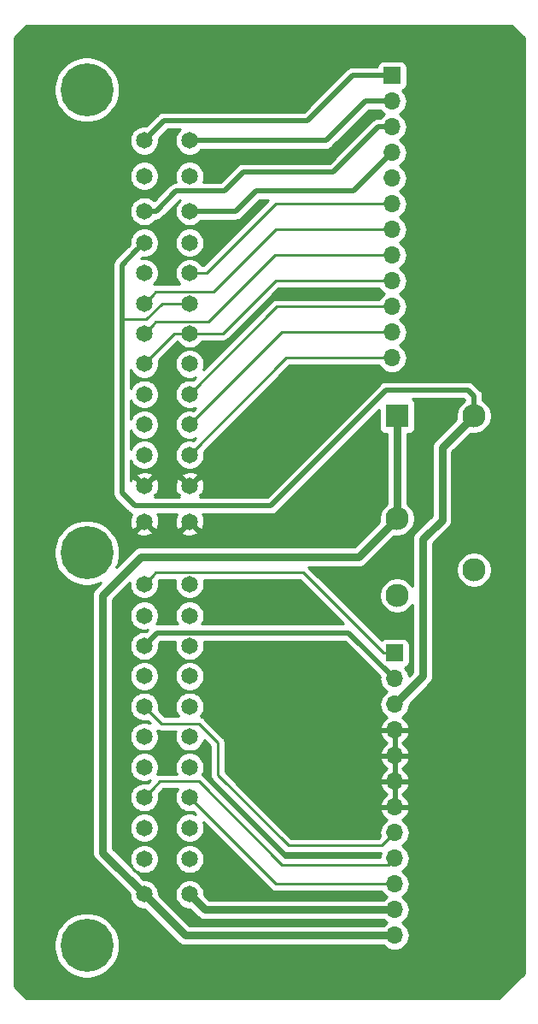
<source format=gtl>
G04 #@! TF.GenerationSoftware,KiCad,Pcbnew,(5.1.4-0-10_14)*
G04 #@! TF.CreationDate,2020-03-30T10:01:39+11:00*
G04 #@! TF.ProjectId,48-pin breakout,34382d70-696e-4206-9272-65616b6f7574,rev?*
G04 #@! TF.SameCoordinates,Original*
G04 #@! TF.FileFunction,Copper,L1,Top*
G04 #@! TF.FilePolarity,Positive*
%FSLAX46Y46*%
G04 Gerber Fmt 4.6, Leading zero omitted, Abs format (unit mm)*
G04 Created by KiCad (PCBNEW (5.1.4-0-10_14)) date 2020-03-30 10:01:39*
%MOMM*%
%LPD*%
G04 APERTURE LIST*
%ADD10R,1.700000X1.700000*%
%ADD11O,1.700000X1.700000*%
%ADD12C,1.650000*%
%ADD13C,5.250000*%
%ADD14R,2.300000X2.300000*%
%ADD15C,2.300000*%
%ADD16C,0.800000*%
%ADD17C,0.500000*%
%ADD18C,0.250000*%
%ADD19C,0.750000*%
%ADD20C,0.254000*%
G04 APERTURE END LIST*
D10*
X144272000Y-66040000D03*
D11*
X144272000Y-68580000D03*
X144272000Y-71120000D03*
X144272000Y-73660000D03*
X144272000Y-76200000D03*
X144272000Y-78740000D03*
X144272000Y-81280000D03*
X144272000Y-83820000D03*
X144272000Y-86360000D03*
X144272000Y-88900000D03*
X144272000Y-91440000D03*
X144272000Y-93980000D03*
X144526000Y-151130000D03*
X144526000Y-148590000D03*
X144526000Y-146050000D03*
X144526000Y-143510000D03*
X144526000Y-140970000D03*
X144526000Y-138430000D03*
X144526000Y-135890000D03*
X144526000Y-133350000D03*
X144526000Y-130810000D03*
X144526000Y-128270000D03*
X144526000Y-125730000D03*
D10*
X144526000Y-123190000D03*
D12*
X124206000Y-147066000D03*
X124206000Y-143566000D03*
X124206000Y-140466000D03*
X124206000Y-137466000D03*
X124206000Y-134466000D03*
X124206000Y-131466000D03*
X124206000Y-128466000D03*
X124206000Y-125466000D03*
X124206000Y-122466000D03*
X124206000Y-119466000D03*
X124206000Y-116366000D03*
X124206000Y-110166000D03*
X124206000Y-106666000D03*
X124206000Y-103566000D03*
X124206000Y-100566000D03*
X124206000Y-97566000D03*
X124206000Y-94566000D03*
X124206000Y-91566000D03*
X124206000Y-88566000D03*
X124206000Y-85566000D03*
X124206000Y-82566000D03*
X124206000Y-79466000D03*
X124206000Y-75966000D03*
X124206000Y-72466000D03*
X119706000Y-147066000D03*
X119706000Y-143566000D03*
X119706000Y-140466000D03*
X119706000Y-137466000D03*
X119706000Y-134466000D03*
X119706000Y-131466000D03*
X119706000Y-128466000D03*
X119706000Y-125466000D03*
X119706000Y-122466000D03*
X119706000Y-119466000D03*
X119706000Y-116366000D03*
X119706000Y-110166000D03*
X119706000Y-106666000D03*
X119706000Y-103566000D03*
X119706000Y-100566000D03*
X119706000Y-97566000D03*
X119706000Y-94566000D03*
X119706000Y-91566000D03*
X119706000Y-88566000D03*
X119706000Y-85566000D03*
X119706000Y-82566000D03*
X119706000Y-79466000D03*
X119706000Y-75966000D03*
X119706000Y-72466000D03*
D13*
X114006000Y-67416000D03*
X114006000Y-113266000D03*
X114006000Y-152116000D03*
D14*
X144780000Y-99695000D03*
D15*
X144780000Y-109855000D03*
X144780000Y-117475000D03*
X152400000Y-114935000D03*
X152400000Y-99695000D03*
D16*
X131445000Y-133350000D03*
X137160000Y-110490000D03*
X139065000Y-133350000D03*
X140970000Y-116205000D03*
D17*
X135890000Y-70485000D02*
X121687000Y-70485000D01*
X121687000Y-70485000D02*
X119706000Y-72466000D01*
X140335000Y-66040000D02*
X135890000Y-70485000D01*
X144272000Y-66040000D02*
X140335000Y-66040000D01*
X137719000Y-72466000D02*
X124206000Y-72466000D01*
X141605000Y-68580000D02*
X137719000Y-72466000D01*
X144272000Y-68580000D02*
X141605000Y-68580000D01*
X127635000Y-77470000D02*
X122868726Y-77470000D01*
X138430000Y-75565000D02*
X129540000Y-75565000D01*
X142875000Y-71120000D02*
X138430000Y-75565000D01*
X120872726Y-79466000D02*
X119706000Y-79466000D01*
X122868726Y-77470000D02*
X120872726Y-79466000D01*
X129540000Y-75565000D02*
X127635000Y-77470000D01*
X144272000Y-71120000D02*
X142875000Y-71120000D01*
X128814000Y-79466000D02*
X124206000Y-79466000D01*
X130810000Y-77470000D02*
X128814000Y-79466000D01*
X140462000Y-77470000D02*
X130810000Y-77470000D01*
X144272000Y-73660000D02*
X140462000Y-77470000D01*
D18*
X132872000Y-88900000D02*
X124206000Y-97566000D01*
X144272000Y-88900000D02*
X132872000Y-88900000D01*
D17*
X120530999Y-121641001D02*
X119706000Y-122466000D01*
X120981001Y-121190999D02*
X120530999Y-121641001D01*
X139986999Y-121190999D02*
X120981001Y-121190999D01*
X144526000Y-125730000D02*
X139986999Y-121190999D01*
D19*
X123770000Y-151130000D02*
X119706000Y-147066000D01*
X144526000Y-151130000D02*
X123770000Y-151130000D01*
X125730000Y-148590000D02*
X144526000Y-148590000D01*
X124206000Y-147066000D02*
X125730000Y-148590000D01*
D18*
X133792000Y-93980000D02*
X124206000Y-103566000D01*
X144272000Y-93980000D02*
X133792000Y-93980000D01*
X133332000Y-91440000D02*
X124206000Y-100566000D01*
X144272000Y-91440000D02*
X133332000Y-91440000D01*
X122706000Y-91566000D02*
X119706000Y-94566000D01*
X124206000Y-91566000D02*
X122706000Y-91566000D01*
X127509000Y-91566000D02*
X124206000Y-91566000D01*
X132715000Y-86360000D02*
X127509000Y-91566000D01*
X144272000Y-86360000D02*
X132715000Y-86360000D01*
X120530999Y-90741001D02*
X119706000Y-91566000D01*
X120856001Y-90415999D02*
X120530999Y-90741001D01*
X126054296Y-90415999D02*
X120856001Y-90415999D01*
X132650295Y-83820000D02*
X126054296Y-90415999D01*
X144272000Y-83820000D02*
X132650295Y-83820000D01*
X120856001Y-87415999D02*
X120530999Y-87741001D01*
X126579001Y-87415999D02*
X120856001Y-87415999D01*
X120530999Y-87741001D02*
X119706000Y-88566000D01*
X132715000Y-81280000D02*
X126579001Y-87415999D01*
X144272000Y-81280000D02*
X132715000Y-81280000D01*
X125889000Y-85566000D02*
X124206000Y-85566000D01*
X132715000Y-78740000D02*
X125889000Y-85566000D01*
X144272000Y-78740000D02*
X132715000Y-78740000D01*
X120530999Y-115541001D02*
X119706000Y-116366000D01*
X135451999Y-115215999D02*
X120856001Y-115215999D01*
X143426000Y-123190000D02*
X135451999Y-115215999D01*
X120856001Y-115215999D02*
X120530999Y-115541001D01*
X144526000Y-123190000D02*
X143426000Y-123190000D01*
X132790000Y-146050000D02*
X124206000Y-137466000D01*
X144526000Y-146050000D02*
X132790000Y-146050000D01*
X121282000Y-135890000D02*
X120530999Y-136641001D01*
X125095000Y-135890000D02*
X121282000Y-135890000D01*
X133350000Y-144145000D02*
X125095000Y-135890000D01*
X120530999Y-136641001D02*
X119706000Y-137466000D01*
X143891000Y-144145000D02*
X133350000Y-144145000D01*
X144526000Y-143510000D02*
X143891000Y-144145000D01*
D19*
X144780000Y-109855000D02*
X144780000Y-100001766D01*
X119380000Y-113665000D02*
X140970000Y-113665000D01*
X115570000Y-117475000D02*
X119380000Y-113665000D01*
X115570000Y-142930000D02*
X115570000Y-117475000D01*
X140970000Y-113665000D02*
X144780000Y-109855000D01*
X119706000Y-147066000D02*
X115570000Y-142930000D01*
D17*
X118881001Y-83390999D02*
X119706000Y-82566000D01*
X117475000Y-84797000D02*
X118881001Y-83390999D01*
X117475000Y-90170000D02*
X117475000Y-84797000D01*
D18*
X119922795Y-90170000D02*
X117475000Y-90170000D01*
X121526795Y-88566000D02*
X119922795Y-90170000D01*
X124206000Y-88566000D02*
X121526795Y-88566000D01*
D19*
X149225000Y-109983000D02*
X149225000Y-102870000D01*
X149225000Y-102870000D02*
X152400000Y-99695000D01*
X147320000Y-111888000D02*
X149225000Y-109983000D01*
X147320000Y-125476000D02*
X147320000Y-111888000D01*
X144526000Y-128270000D02*
X147320000Y-125476000D01*
D17*
X117475000Y-107315000D02*
X117475000Y-90170000D01*
X118745000Y-108585000D02*
X117475000Y-107315000D01*
X152400000Y-97790000D02*
X151765000Y-97155000D01*
X132271000Y-108585000D02*
X118745000Y-108585000D01*
X143701000Y-97155000D02*
X132271000Y-108585000D01*
X151765000Y-97155000D02*
X143701000Y-97155000D01*
X152400000Y-99695000D02*
X152400000Y-97790000D01*
D18*
X120530999Y-129290999D02*
X119706000Y-128466000D01*
X125095000Y-130175000D02*
X121415000Y-130175000D01*
X127000000Y-132080000D02*
X125095000Y-130175000D01*
X133985000Y-142240000D02*
X127000000Y-135255000D01*
X143256000Y-142240000D02*
X133985000Y-142240000D01*
X121415000Y-130175000D02*
X120530999Y-129290999D01*
X127000000Y-135255000D02*
X127000000Y-132080000D01*
X144526000Y-140970000D02*
X143256000Y-142240000D01*
D20*
G36*
X157353000Y-62282606D02*
G01*
X157353000Y-154887394D01*
X154887394Y-157353000D01*
X108002606Y-157353000D01*
X106807000Y-156157394D01*
X106807000Y-151794918D01*
X110746000Y-151794918D01*
X110746000Y-152437082D01*
X110871280Y-153066907D01*
X111117025Y-153660189D01*
X111473792Y-154194129D01*
X111927871Y-154648208D01*
X112461811Y-155004975D01*
X113055093Y-155250720D01*
X113684918Y-155376000D01*
X114327082Y-155376000D01*
X114956907Y-155250720D01*
X115550189Y-155004975D01*
X116084129Y-154648208D01*
X116538208Y-154194129D01*
X116894975Y-153660189D01*
X117140720Y-153066907D01*
X117266000Y-152437082D01*
X117266000Y-151794918D01*
X117140720Y-151165093D01*
X116894975Y-150571811D01*
X116538208Y-150037871D01*
X116084129Y-149583792D01*
X115550189Y-149227025D01*
X114956907Y-148981280D01*
X114327082Y-148856000D01*
X113684918Y-148856000D01*
X113055093Y-148981280D01*
X112461811Y-149227025D01*
X111927871Y-149583792D01*
X111473792Y-150037871D01*
X111117025Y-150571811D01*
X110871280Y-151165093D01*
X110746000Y-151794918D01*
X106807000Y-151794918D01*
X106807000Y-112944918D01*
X110746000Y-112944918D01*
X110746000Y-113587082D01*
X110871280Y-114216907D01*
X111117025Y-114810189D01*
X111473792Y-115344129D01*
X111927871Y-115798208D01*
X112461811Y-116154975D01*
X113055093Y-116400720D01*
X113684918Y-116526000D01*
X114327082Y-116526000D01*
X114956907Y-116400720D01*
X115399078Y-116217567D01*
X114890901Y-116725744D01*
X114852368Y-116757367D01*
X114820745Y-116795900D01*
X114820744Y-116795901D01*
X114726154Y-116911160D01*
X114632368Y-117086621D01*
X114574615Y-117277006D01*
X114555114Y-117475000D01*
X114560001Y-117524618D01*
X114560000Y-142880392D01*
X114555114Y-142930000D01*
X114560000Y-142979607D01*
X114574615Y-143127993D01*
X114632368Y-143318379D01*
X114726153Y-143493840D01*
X114852367Y-143647633D01*
X114890906Y-143679261D01*
X118246000Y-147034355D01*
X118246000Y-147209797D01*
X118302107Y-147491866D01*
X118412165Y-147757569D01*
X118571944Y-147996696D01*
X118775304Y-148200056D01*
X119014431Y-148359835D01*
X119280134Y-148469893D01*
X119562203Y-148526000D01*
X119737645Y-148526000D01*
X123020744Y-151809100D01*
X123052367Y-151847633D01*
X123206160Y-151973847D01*
X123381620Y-152067632D01*
X123572005Y-152125385D01*
X123770000Y-152144886D01*
X123819608Y-152140000D01*
X143433825Y-152140000D01*
X143470866Y-152185134D01*
X143696986Y-152370706D01*
X143954966Y-152508599D01*
X144234889Y-152593513D01*
X144453050Y-152615000D01*
X144598950Y-152615000D01*
X144817111Y-152593513D01*
X145097034Y-152508599D01*
X145355014Y-152370706D01*
X145581134Y-152185134D01*
X145766706Y-151959014D01*
X145904599Y-151701034D01*
X145989513Y-151421111D01*
X146018185Y-151130000D01*
X145989513Y-150838889D01*
X145904599Y-150558966D01*
X145766706Y-150300986D01*
X145581134Y-150074866D01*
X145355014Y-149889294D01*
X145300209Y-149860000D01*
X145355014Y-149830706D01*
X145581134Y-149645134D01*
X145766706Y-149419014D01*
X145904599Y-149161034D01*
X145989513Y-148881111D01*
X146018185Y-148590000D01*
X145989513Y-148298889D01*
X145904599Y-148018966D01*
X145766706Y-147760986D01*
X145581134Y-147534866D01*
X145355014Y-147349294D01*
X145300209Y-147320000D01*
X145355014Y-147290706D01*
X145581134Y-147105134D01*
X145766706Y-146879014D01*
X145904599Y-146621034D01*
X145989513Y-146341111D01*
X146018185Y-146050000D01*
X145989513Y-145758889D01*
X145904599Y-145478966D01*
X145766706Y-145220986D01*
X145581134Y-144994866D01*
X145355014Y-144809294D01*
X145300209Y-144780000D01*
X145355014Y-144750706D01*
X145581134Y-144565134D01*
X145766706Y-144339014D01*
X145904599Y-144081034D01*
X145989513Y-143801111D01*
X146018185Y-143510000D01*
X145989513Y-143218889D01*
X145904599Y-142938966D01*
X145766706Y-142680986D01*
X145581134Y-142454866D01*
X145355014Y-142269294D01*
X145300209Y-142240000D01*
X145355014Y-142210706D01*
X145581134Y-142025134D01*
X145766706Y-141799014D01*
X145904599Y-141541034D01*
X145989513Y-141261111D01*
X146018185Y-140970000D01*
X145989513Y-140678889D01*
X145904599Y-140398966D01*
X145766706Y-140140986D01*
X145581134Y-139914866D01*
X145355014Y-139729294D01*
X145290477Y-139694799D01*
X145407355Y-139625178D01*
X145623588Y-139430269D01*
X145797641Y-139196920D01*
X145922825Y-138934099D01*
X145967476Y-138786890D01*
X145846155Y-138557000D01*
X144653000Y-138557000D01*
X144653000Y-138577000D01*
X144399000Y-138577000D01*
X144399000Y-138557000D01*
X143205845Y-138557000D01*
X143084524Y-138786890D01*
X143129175Y-138934099D01*
X143254359Y-139196920D01*
X143428412Y-139430269D01*
X143644645Y-139625178D01*
X143761523Y-139694799D01*
X143696986Y-139729294D01*
X143470866Y-139914866D01*
X143285294Y-140140986D01*
X143147401Y-140398966D01*
X143062487Y-140678889D01*
X143033815Y-140970000D01*
X143062487Y-141261111D01*
X143085203Y-141335996D01*
X142941199Y-141480000D01*
X134299802Y-141480000D01*
X129066692Y-136246890D01*
X143084524Y-136246890D01*
X143129175Y-136394099D01*
X143254359Y-136656920D01*
X143428412Y-136890269D01*
X143644645Y-137085178D01*
X143770255Y-137160000D01*
X143644645Y-137234822D01*
X143428412Y-137429731D01*
X143254359Y-137663080D01*
X143129175Y-137925901D01*
X143084524Y-138073110D01*
X143205845Y-138303000D01*
X144399000Y-138303000D01*
X144399000Y-136017000D01*
X144653000Y-136017000D01*
X144653000Y-138303000D01*
X145846155Y-138303000D01*
X145967476Y-138073110D01*
X145922825Y-137925901D01*
X145797641Y-137663080D01*
X145623588Y-137429731D01*
X145407355Y-137234822D01*
X145281745Y-137160000D01*
X145407355Y-137085178D01*
X145623588Y-136890269D01*
X145797641Y-136656920D01*
X145922825Y-136394099D01*
X145967476Y-136246890D01*
X145846155Y-136017000D01*
X144653000Y-136017000D01*
X144399000Y-136017000D01*
X143205845Y-136017000D01*
X143084524Y-136246890D01*
X129066692Y-136246890D01*
X127760000Y-134940199D01*
X127760000Y-133706890D01*
X143084524Y-133706890D01*
X143129175Y-133854099D01*
X143254359Y-134116920D01*
X143428412Y-134350269D01*
X143644645Y-134545178D01*
X143770255Y-134620000D01*
X143644645Y-134694822D01*
X143428412Y-134889731D01*
X143254359Y-135123080D01*
X143129175Y-135385901D01*
X143084524Y-135533110D01*
X143205845Y-135763000D01*
X144399000Y-135763000D01*
X144399000Y-133477000D01*
X144653000Y-133477000D01*
X144653000Y-135763000D01*
X145846155Y-135763000D01*
X145967476Y-135533110D01*
X145922825Y-135385901D01*
X145797641Y-135123080D01*
X145623588Y-134889731D01*
X145407355Y-134694822D01*
X145281745Y-134620000D01*
X145407355Y-134545178D01*
X145623588Y-134350269D01*
X145797641Y-134116920D01*
X145922825Y-133854099D01*
X145967476Y-133706890D01*
X145846155Y-133477000D01*
X144653000Y-133477000D01*
X144399000Y-133477000D01*
X143205845Y-133477000D01*
X143084524Y-133706890D01*
X127760000Y-133706890D01*
X127760000Y-132117323D01*
X127763676Y-132080000D01*
X127760000Y-132042677D01*
X127760000Y-132042667D01*
X127749003Y-131931014D01*
X127705546Y-131787753D01*
X127634974Y-131655724D01*
X127540001Y-131539999D01*
X127511003Y-131516201D01*
X127161692Y-131166890D01*
X143084524Y-131166890D01*
X143129175Y-131314099D01*
X143254359Y-131576920D01*
X143428412Y-131810269D01*
X143644645Y-132005178D01*
X143770255Y-132080000D01*
X143644645Y-132154822D01*
X143428412Y-132349731D01*
X143254359Y-132583080D01*
X143129175Y-132845901D01*
X143084524Y-132993110D01*
X143205845Y-133223000D01*
X144399000Y-133223000D01*
X144399000Y-130937000D01*
X144653000Y-130937000D01*
X144653000Y-133223000D01*
X145846155Y-133223000D01*
X145967476Y-132993110D01*
X145922825Y-132845901D01*
X145797641Y-132583080D01*
X145623588Y-132349731D01*
X145407355Y-132154822D01*
X145281745Y-132080000D01*
X145407355Y-132005178D01*
X145623588Y-131810269D01*
X145797641Y-131576920D01*
X145922825Y-131314099D01*
X145967476Y-131166890D01*
X145846155Y-130937000D01*
X144653000Y-130937000D01*
X144399000Y-130937000D01*
X143205845Y-130937000D01*
X143084524Y-131166890D01*
X127161692Y-131166890D01*
X125658804Y-129664003D01*
X125635001Y-129634999D01*
X125519276Y-129540026D01*
X125387247Y-129469454D01*
X125295215Y-129441537D01*
X125340056Y-129396696D01*
X125499835Y-129157569D01*
X125609893Y-128891866D01*
X125666000Y-128609797D01*
X125666000Y-128322203D01*
X125609893Y-128040134D01*
X125499835Y-127774431D01*
X125340056Y-127535304D01*
X125136696Y-127331944D01*
X124897569Y-127172165D01*
X124631866Y-127062107D01*
X124349797Y-127006000D01*
X124062203Y-127006000D01*
X123780134Y-127062107D01*
X123514431Y-127172165D01*
X123275304Y-127331944D01*
X123071944Y-127535304D01*
X122912165Y-127774431D01*
X122802107Y-128040134D01*
X122746000Y-128322203D01*
X122746000Y-128609797D01*
X122802107Y-128891866D01*
X122912165Y-129157569D01*
X123071944Y-129396696D01*
X123090248Y-129415000D01*
X121729802Y-129415000D01*
X121125949Y-128811148D01*
X121166000Y-128609797D01*
X121166000Y-128322203D01*
X121109893Y-128040134D01*
X120999835Y-127774431D01*
X120840056Y-127535304D01*
X120636696Y-127331944D01*
X120397569Y-127172165D01*
X120131866Y-127062107D01*
X119849797Y-127006000D01*
X119562203Y-127006000D01*
X119280134Y-127062107D01*
X119014431Y-127172165D01*
X118775304Y-127331944D01*
X118571944Y-127535304D01*
X118412165Y-127774431D01*
X118302107Y-128040134D01*
X118246000Y-128322203D01*
X118246000Y-128609797D01*
X118302107Y-128891866D01*
X118412165Y-129157569D01*
X118571944Y-129396696D01*
X118775304Y-129600056D01*
X119014431Y-129759835D01*
X119280134Y-129869893D01*
X119562203Y-129926000D01*
X119849797Y-129926000D01*
X120051148Y-129885949D01*
X120294792Y-130129593D01*
X120131866Y-130062107D01*
X119849797Y-130006000D01*
X119562203Y-130006000D01*
X119280134Y-130062107D01*
X119014431Y-130172165D01*
X118775304Y-130331944D01*
X118571944Y-130535304D01*
X118412165Y-130774431D01*
X118302107Y-131040134D01*
X118246000Y-131322203D01*
X118246000Y-131609797D01*
X118302107Y-131891866D01*
X118412165Y-132157569D01*
X118571944Y-132396696D01*
X118775304Y-132600056D01*
X119014431Y-132759835D01*
X119280134Y-132869893D01*
X119562203Y-132926000D01*
X119849797Y-132926000D01*
X120131866Y-132869893D01*
X120397569Y-132759835D01*
X120636696Y-132600056D01*
X120840056Y-132396696D01*
X120999835Y-132157569D01*
X121109893Y-131891866D01*
X121166000Y-131609797D01*
X121166000Y-131322203D01*
X121109893Y-131040134D01*
X121021335Y-130826336D01*
X121122753Y-130880546D01*
X121266014Y-130924003D01*
X121377667Y-130935000D01*
X121377676Y-130935000D01*
X121414999Y-130938676D01*
X121452322Y-130935000D01*
X122845655Y-130935000D01*
X122802107Y-131040134D01*
X122746000Y-131322203D01*
X122746000Y-131609797D01*
X122802107Y-131891866D01*
X122912165Y-132157569D01*
X123071944Y-132396696D01*
X123275304Y-132600056D01*
X123514431Y-132759835D01*
X123780134Y-132869893D01*
X124062203Y-132926000D01*
X124349797Y-132926000D01*
X124631866Y-132869893D01*
X124897569Y-132759835D01*
X125136696Y-132600056D01*
X125340056Y-132396696D01*
X125499835Y-132157569D01*
X125609893Y-131891866D01*
X125630992Y-131785794D01*
X126240001Y-132394803D01*
X126240000Y-135217677D01*
X126236324Y-135255000D01*
X126240000Y-135292322D01*
X126240000Y-135292332D01*
X126250997Y-135403985D01*
X126290166Y-135533110D01*
X126294454Y-135547246D01*
X126365026Y-135679276D01*
X126404871Y-135727826D01*
X126459999Y-135795001D01*
X126489003Y-135818804D01*
X133421201Y-142751003D01*
X133444999Y-142780001D01*
X133560724Y-142874974D01*
X133692753Y-142945546D01*
X133836014Y-142989003D01*
X133947667Y-143000000D01*
X133947675Y-143000000D01*
X133985000Y-143003676D01*
X134022325Y-143000000D01*
X143128886Y-143000000D01*
X143062487Y-143218889D01*
X143046126Y-143385000D01*
X133664802Y-143385000D01*
X125658804Y-135379003D01*
X125635001Y-135349999D01*
X125519276Y-135255026D01*
X125456969Y-135221722D01*
X125499835Y-135157569D01*
X125609893Y-134891866D01*
X125666000Y-134609797D01*
X125666000Y-134322203D01*
X125609893Y-134040134D01*
X125499835Y-133774431D01*
X125340056Y-133535304D01*
X125136696Y-133331944D01*
X124897569Y-133172165D01*
X124631866Y-133062107D01*
X124349797Y-133006000D01*
X124062203Y-133006000D01*
X123780134Y-133062107D01*
X123514431Y-133172165D01*
X123275304Y-133331944D01*
X123071944Y-133535304D01*
X122912165Y-133774431D01*
X122802107Y-134040134D01*
X122746000Y-134322203D01*
X122746000Y-134609797D01*
X122802107Y-134891866D01*
X122900746Y-135130000D01*
X121319323Y-135130000D01*
X121282000Y-135126324D01*
X121244677Y-135130000D01*
X121244667Y-135130000D01*
X121133014Y-135140997D01*
X120989753Y-135184454D01*
X120977492Y-135191008D01*
X120999835Y-135157569D01*
X121109893Y-134891866D01*
X121166000Y-134609797D01*
X121166000Y-134322203D01*
X121109893Y-134040134D01*
X120999835Y-133774431D01*
X120840056Y-133535304D01*
X120636696Y-133331944D01*
X120397569Y-133172165D01*
X120131866Y-133062107D01*
X119849797Y-133006000D01*
X119562203Y-133006000D01*
X119280134Y-133062107D01*
X119014431Y-133172165D01*
X118775304Y-133331944D01*
X118571944Y-133535304D01*
X118412165Y-133774431D01*
X118302107Y-134040134D01*
X118246000Y-134322203D01*
X118246000Y-134609797D01*
X118302107Y-134891866D01*
X118412165Y-135157569D01*
X118571944Y-135396696D01*
X118775304Y-135600056D01*
X119014431Y-135759835D01*
X119280134Y-135869893D01*
X119562203Y-135926000D01*
X119849797Y-135926000D01*
X120131866Y-135869893D01*
X120294792Y-135802407D01*
X120051148Y-136046051D01*
X119849797Y-136006000D01*
X119562203Y-136006000D01*
X119280134Y-136062107D01*
X119014431Y-136172165D01*
X118775304Y-136331944D01*
X118571944Y-136535304D01*
X118412165Y-136774431D01*
X118302107Y-137040134D01*
X118246000Y-137322203D01*
X118246000Y-137609797D01*
X118302107Y-137891866D01*
X118412165Y-138157569D01*
X118571944Y-138396696D01*
X118775304Y-138600056D01*
X119014431Y-138759835D01*
X119280134Y-138869893D01*
X119562203Y-138926000D01*
X119849797Y-138926000D01*
X120131866Y-138869893D01*
X120397569Y-138759835D01*
X120636696Y-138600056D01*
X120840056Y-138396696D01*
X120999835Y-138157569D01*
X121109893Y-137891866D01*
X121166000Y-137609797D01*
X121166000Y-137322203D01*
X121125949Y-137120852D01*
X121596802Y-136650000D01*
X122995307Y-136650000D01*
X122912165Y-136774431D01*
X122802107Y-137040134D01*
X122746000Y-137322203D01*
X122746000Y-137609797D01*
X122802107Y-137891866D01*
X122912165Y-138157569D01*
X123071944Y-138396696D01*
X123275304Y-138600056D01*
X123514431Y-138759835D01*
X123780134Y-138869893D01*
X124062203Y-138926000D01*
X124349797Y-138926000D01*
X124551148Y-138885949D01*
X124794792Y-139129593D01*
X124631866Y-139062107D01*
X124349797Y-139006000D01*
X124062203Y-139006000D01*
X123780134Y-139062107D01*
X123514431Y-139172165D01*
X123275304Y-139331944D01*
X123071944Y-139535304D01*
X122912165Y-139774431D01*
X122802107Y-140040134D01*
X122746000Y-140322203D01*
X122746000Y-140609797D01*
X122802107Y-140891866D01*
X122912165Y-141157569D01*
X123071944Y-141396696D01*
X123275304Y-141600056D01*
X123514431Y-141759835D01*
X123780134Y-141869893D01*
X124062203Y-141926000D01*
X124349797Y-141926000D01*
X124631866Y-141869893D01*
X124897569Y-141759835D01*
X125136696Y-141600056D01*
X125340056Y-141396696D01*
X125499835Y-141157569D01*
X125609893Y-140891866D01*
X125666000Y-140609797D01*
X125666000Y-140322203D01*
X125609893Y-140040134D01*
X125542407Y-139877208D01*
X132226201Y-146561003D01*
X132249999Y-146590001D01*
X132365724Y-146684974D01*
X132497753Y-146755546D01*
X132641014Y-146799003D01*
X132752667Y-146810000D01*
X132752676Y-146810000D01*
X132789999Y-146813676D01*
X132827322Y-146810000D01*
X143248405Y-146810000D01*
X143285294Y-146879014D01*
X143470866Y-147105134D01*
X143696986Y-147290706D01*
X143751791Y-147320000D01*
X143696986Y-147349294D01*
X143470866Y-147534866D01*
X143433825Y-147580000D01*
X126148356Y-147580000D01*
X125666000Y-147097645D01*
X125666000Y-146922203D01*
X125609893Y-146640134D01*
X125499835Y-146374431D01*
X125340056Y-146135304D01*
X125136696Y-145931944D01*
X124897569Y-145772165D01*
X124631866Y-145662107D01*
X124349797Y-145606000D01*
X124062203Y-145606000D01*
X123780134Y-145662107D01*
X123514431Y-145772165D01*
X123275304Y-145931944D01*
X123071944Y-146135304D01*
X122912165Y-146374431D01*
X122802107Y-146640134D01*
X122746000Y-146922203D01*
X122746000Y-147209797D01*
X122802107Y-147491866D01*
X122912165Y-147757569D01*
X123071944Y-147996696D01*
X123275304Y-148200056D01*
X123514431Y-148359835D01*
X123780134Y-148469893D01*
X124062203Y-148526000D01*
X124237645Y-148526000D01*
X124980744Y-149269099D01*
X125012367Y-149307633D01*
X125166160Y-149433847D01*
X125341620Y-149527632D01*
X125532006Y-149585385D01*
X125680392Y-149600000D01*
X125680401Y-149600000D01*
X125729999Y-149604885D01*
X125779597Y-149600000D01*
X143433825Y-149600000D01*
X143470866Y-149645134D01*
X143696986Y-149830706D01*
X143751791Y-149860000D01*
X143696986Y-149889294D01*
X143470866Y-150074866D01*
X143433825Y-150120000D01*
X124188356Y-150120000D01*
X121166000Y-147097645D01*
X121166000Y-146922203D01*
X121109893Y-146640134D01*
X120999835Y-146374431D01*
X120840056Y-146135304D01*
X120636696Y-145931944D01*
X120397569Y-145772165D01*
X120131866Y-145662107D01*
X119849797Y-145606000D01*
X119674355Y-145606000D01*
X117490558Y-143422203D01*
X118246000Y-143422203D01*
X118246000Y-143709797D01*
X118302107Y-143991866D01*
X118412165Y-144257569D01*
X118571944Y-144496696D01*
X118775304Y-144700056D01*
X119014431Y-144859835D01*
X119280134Y-144969893D01*
X119562203Y-145026000D01*
X119849797Y-145026000D01*
X120131866Y-144969893D01*
X120397569Y-144859835D01*
X120636696Y-144700056D01*
X120840056Y-144496696D01*
X120999835Y-144257569D01*
X121109893Y-143991866D01*
X121166000Y-143709797D01*
X121166000Y-143422203D01*
X122746000Y-143422203D01*
X122746000Y-143709797D01*
X122802107Y-143991866D01*
X122912165Y-144257569D01*
X123071944Y-144496696D01*
X123275304Y-144700056D01*
X123514431Y-144859835D01*
X123780134Y-144969893D01*
X124062203Y-145026000D01*
X124349797Y-145026000D01*
X124631866Y-144969893D01*
X124897569Y-144859835D01*
X125136696Y-144700056D01*
X125340056Y-144496696D01*
X125499835Y-144257569D01*
X125609893Y-143991866D01*
X125666000Y-143709797D01*
X125666000Y-143422203D01*
X125609893Y-143140134D01*
X125499835Y-142874431D01*
X125340056Y-142635304D01*
X125136696Y-142431944D01*
X124897569Y-142272165D01*
X124631866Y-142162107D01*
X124349797Y-142106000D01*
X124062203Y-142106000D01*
X123780134Y-142162107D01*
X123514431Y-142272165D01*
X123275304Y-142431944D01*
X123071944Y-142635304D01*
X122912165Y-142874431D01*
X122802107Y-143140134D01*
X122746000Y-143422203D01*
X121166000Y-143422203D01*
X121109893Y-143140134D01*
X120999835Y-142874431D01*
X120840056Y-142635304D01*
X120636696Y-142431944D01*
X120397569Y-142272165D01*
X120131866Y-142162107D01*
X119849797Y-142106000D01*
X119562203Y-142106000D01*
X119280134Y-142162107D01*
X119014431Y-142272165D01*
X118775304Y-142431944D01*
X118571944Y-142635304D01*
X118412165Y-142874431D01*
X118302107Y-143140134D01*
X118246000Y-143422203D01*
X117490558Y-143422203D01*
X116580000Y-142511645D01*
X116580000Y-140322203D01*
X118246000Y-140322203D01*
X118246000Y-140609797D01*
X118302107Y-140891866D01*
X118412165Y-141157569D01*
X118571944Y-141396696D01*
X118775304Y-141600056D01*
X119014431Y-141759835D01*
X119280134Y-141869893D01*
X119562203Y-141926000D01*
X119849797Y-141926000D01*
X120131866Y-141869893D01*
X120397569Y-141759835D01*
X120636696Y-141600056D01*
X120840056Y-141396696D01*
X120999835Y-141157569D01*
X121109893Y-140891866D01*
X121166000Y-140609797D01*
X121166000Y-140322203D01*
X121109893Y-140040134D01*
X120999835Y-139774431D01*
X120840056Y-139535304D01*
X120636696Y-139331944D01*
X120397569Y-139172165D01*
X120131866Y-139062107D01*
X119849797Y-139006000D01*
X119562203Y-139006000D01*
X119280134Y-139062107D01*
X119014431Y-139172165D01*
X118775304Y-139331944D01*
X118571944Y-139535304D01*
X118412165Y-139774431D01*
X118302107Y-140040134D01*
X118246000Y-140322203D01*
X116580000Y-140322203D01*
X116580000Y-125322203D01*
X118246000Y-125322203D01*
X118246000Y-125609797D01*
X118302107Y-125891866D01*
X118412165Y-126157569D01*
X118571944Y-126396696D01*
X118775304Y-126600056D01*
X119014431Y-126759835D01*
X119280134Y-126869893D01*
X119562203Y-126926000D01*
X119849797Y-126926000D01*
X120131866Y-126869893D01*
X120397569Y-126759835D01*
X120636696Y-126600056D01*
X120840056Y-126396696D01*
X120999835Y-126157569D01*
X121109893Y-125891866D01*
X121166000Y-125609797D01*
X121166000Y-125322203D01*
X122746000Y-125322203D01*
X122746000Y-125609797D01*
X122802107Y-125891866D01*
X122912165Y-126157569D01*
X123071944Y-126396696D01*
X123275304Y-126600056D01*
X123514431Y-126759835D01*
X123780134Y-126869893D01*
X124062203Y-126926000D01*
X124349797Y-126926000D01*
X124631866Y-126869893D01*
X124897569Y-126759835D01*
X125136696Y-126600056D01*
X125340056Y-126396696D01*
X125499835Y-126157569D01*
X125609893Y-125891866D01*
X125666000Y-125609797D01*
X125666000Y-125322203D01*
X125609893Y-125040134D01*
X125499835Y-124774431D01*
X125340056Y-124535304D01*
X125136696Y-124331944D01*
X124897569Y-124172165D01*
X124631866Y-124062107D01*
X124349797Y-124006000D01*
X124062203Y-124006000D01*
X123780134Y-124062107D01*
X123514431Y-124172165D01*
X123275304Y-124331944D01*
X123071944Y-124535304D01*
X122912165Y-124774431D01*
X122802107Y-125040134D01*
X122746000Y-125322203D01*
X121166000Y-125322203D01*
X121109893Y-125040134D01*
X120999835Y-124774431D01*
X120840056Y-124535304D01*
X120636696Y-124331944D01*
X120397569Y-124172165D01*
X120131866Y-124062107D01*
X119849797Y-124006000D01*
X119562203Y-124006000D01*
X119280134Y-124062107D01*
X119014431Y-124172165D01*
X118775304Y-124331944D01*
X118571944Y-124535304D01*
X118412165Y-124774431D01*
X118302107Y-125040134D01*
X118246000Y-125322203D01*
X116580000Y-125322203D01*
X116580000Y-117893355D01*
X118246000Y-116227356D01*
X118246000Y-116509797D01*
X118302107Y-116791866D01*
X118412165Y-117057569D01*
X118571944Y-117296696D01*
X118775304Y-117500056D01*
X119014431Y-117659835D01*
X119280134Y-117769893D01*
X119562203Y-117826000D01*
X119849797Y-117826000D01*
X120131866Y-117769893D01*
X120397569Y-117659835D01*
X120636696Y-117500056D01*
X120840056Y-117296696D01*
X120999835Y-117057569D01*
X121109893Y-116791866D01*
X121166000Y-116509797D01*
X121166000Y-116222203D01*
X121125949Y-116020852D01*
X121170802Y-115975999D01*
X122794973Y-115975999D01*
X122746000Y-116222203D01*
X122746000Y-116509797D01*
X122802107Y-116791866D01*
X122912165Y-117057569D01*
X123071944Y-117296696D01*
X123275304Y-117500056D01*
X123514431Y-117659835D01*
X123780134Y-117769893D01*
X124062203Y-117826000D01*
X124349797Y-117826000D01*
X124631866Y-117769893D01*
X124897569Y-117659835D01*
X125136696Y-117500056D01*
X125340056Y-117296696D01*
X125499835Y-117057569D01*
X125609893Y-116791866D01*
X125666000Y-116509797D01*
X125666000Y-116222203D01*
X125617027Y-115975999D01*
X135137198Y-115975999D01*
X139467197Y-120305999D01*
X125400658Y-120305999D01*
X125499835Y-120157569D01*
X125609893Y-119891866D01*
X125666000Y-119609797D01*
X125666000Y-119322203D01*
X125609893Y-119040134D01*
X125499835Y-118774431D01*
X125340056Y-118535304D01*
X125136696Y-118331944D01*
X124897569Y-118172165D01*
X124631866Y-118062107D01*
X124349797Y-118006000D01*
X124062203Y-118006000D01*
X123780134Y-118062107D01*
X123514431Y-118172165D01*
X123275304Y-118331944D01*
X123071944Y-118535304D01*
X122912165Y-118774431D01*
X122802107Y-119040134D01*
X122746000Y-119322203D01*
X122746000Y-119609797D01*
X122802107Y-119891866D01*
X122912165Y-120157569D01*
X123011342Y-120305999D01*
X121024470Y-120305999D01*
X120981001Y-120301718D01*
X120937532Y-120305999D01*
X120937524Y-120305999D01*
X120898061Y-120309886D01*
X120999835Y-120157569D01*
X121109893Y-119891866D01*
X121166000Y-119609797D01*
X121166000Y-119322203D01*
X121109893Y-119040134D01*
X120999835Y-118774431D01*
X120840056Y-118535304D01*
X120636696Y-118331944D01*
X120397569Y-118172165D01*
X120131866Y-118062107D01*
X119849797Y-118006000D01*
X119562203Y-118006000D01*
X119280134Y-118062107D01*
X119014431Y-118172165D01*
X118775304Y-118331944D01*
X118571944Y-118535304D01*
X118412165Y-118774431D01*
X118302107Y-119040134D01*
X118246000Y-119322203D01*
X118246000Y-119609797D01*
X118302107Y-119891866D01*
X118412165Y-120157569D01*
X118571944Y-120396696D01*
X118775304Y-120600056D01*
X119014431Y-120759835D01*
X119280134Y-120869893D01*
X119562203Y-120926000D01*
X119849797Y-120926000D01*
X120030333Y-120890089D01*
X119935958Y-120984464D01*
X119935952Y-120984469D01*
X119903699Y-121016722D01*
X119849797Y-121006000D01*
X119562203Y-121006000D01*
X119280134Y-121062107D01*
X119014431Y-121172165D01*
X118775304Y-121331944D01*
X118571944Y-121535304D01*
X118412165Y-121774431D01*
X118302107Y-122040134D01*
X118246000Y-122322203D01*
X118246000Y-122609797D01*
X118302107Y-122891866D01*
X118412165Y-123157569D01*
X118571944Y-123396696D01*
X118775304Y-123600056D01*
X119014431Y-123759835D01*
X119280134Y-123869893D01*
X119562203Y-123926000D01*
X119849797Y-123926000D01*
X120131866Y-123869893D01*
X120397569Y-123759835D01*
X120636696Y-123600056D01*
X120840056Y-123396696D01*
X120999835Y-123157569D01*
X121109893Y-122891866D01*
X121166000Y-122609797D01*
X121166000Y-122322203D01*
X121155278Y-122268301D01*
X121187531Y-122236048D01*
X121187536Y-122236042D01*
X121347579Y-122075999D01*
X122794973Y-122075999D01*
X122746000Y-122322203D01*
X122746000Y-122609797D01*
X122802107Y-122891866D01*
X122912165Y-123157569D01*
X123071944Y-123396696D01*
X123275304Y-123600056D01*
X123514431Y-123759835D01*
X123780134Y-123869893D01*
X124062203Y-123926000D01*
X124349797Y-123926000D01*
X124631866Y-123869893D01*
X124897569Y-123759835D01*
X125136696Y-123600056D01*
X125340056Y-123396696D01*
X125499835Y-123157569D01*
X125609893Y-122891866D01*
X125666000Y-122609797D01*
X125666000Y-122322203D01*
X125617027Y-122075999D01*
X139620421Y-122075999D01*
X143055388Y-125510967D01*
X143033815Y-125730000D01*
X143062487Y-126021111D01*
X143147401Y-126301034D01*
X143285294Y-126559014D01*
X143470866Y-126785134D01*
X143696986Y-126970706D01*
X143751791Y-127000000D01*
X143696986Y-127029294D01*
X143470866Y-127214866D01*
X143285294Y-127440986D01*
X143147401Y-127698966D01*
X143062487Y-127978889D01*
X143033815Y-128270000D01*
X143062487Y-128561111D01*
X143147401Y-128841034D01*
X143285294Y-129099014D01*
X143470866Y-129325134D01*
X143696986Y-129510706D01*
X143761523Y-129545201D01*
X143644645Y-129614822D01*
X143428412Y-129809731D01*
X143254359Y-130043080D01*
X143129175Y-130305901D01*
X143084524Y-130453110D01*
X143205845Y-130683000D01*
X144399000Y-130683000D01*
X144399000Y-130663000D01*
X144653000Y-130663000D01*
X144653000Y-130683000D01*
X145846155Y-130683000D01*
X145967476Y-130453110D01*
X145922825Y-130305901D01*
X145797641Y-130043080D01*
X145623588Y-129809731D01*
X145407355Y-129614822D01*
X145290477Y-129545201D01*
X145355014Y-129510706D01*
X145581134Y-129325134D01*
X145766706Y-129099014D01*
X145904599Y-128841034D01*
X145989513Y-128561111D01*
X146018185Y-128270000D01*
X146012462Y-128211893D01*
X147999100Y-126225256D01*
X148037633Y-126193633D01*
X148163847Y-126039840D01*
X148257632Y-125864380D01*
X148315385Y-125673994D01*
X148330000Y-125525608D01*
X148330000Y-125525607D01*
X148334886Y-125476000D01*
X148330000Y-125426392D01*
X148330000Y-114759193D01*
X150615000Y-114759193D01*
X150615000Y-115110807D01*
X150683596Y-115455665D01*
X150818153Y-115780515D01*
X151013500Y-116072871D01*
X151262129Y-116321500D01*
X151554485Y-116516847D01*
X151879335Y-116651404D01*
X152224193Y-116720000D01*
X152575807Y-116720000D01*
X152920665Y-116651404D01*
X153245515Y-116516847D01*
X153537871Y-116321500D01*
X153786500Y-116072871D01*
X153981847Y-115780515D01*
X154116404Y-115455665D01*
X154185000Y-115110807D01*
X154185000Y-114759193D01*
X154116404Y-114414335D01*
X153981847Y-114089485D01*
X153786500Y-113797129D01*
X153537871Y-113548500D01*
X153245515Y-113353153D01*
X152920665Y-113218596D01*
X152575807Y-113150000D01*
X152224193Y-113150000D01*
X151879335Y-113218596D01*
X151554485Y-113353153D01*
X151262129Y-113548500D01*
X151013500Y-113797129D01*
X150818153Y-114089485D01*
X150683596Y-114414335D01*
X150615000Y-114759193D01*
X148330000Y-114759193D01*
X148330000Y-112306355D01*
X149904100Y-110732256D01*
X149942633Y-110700633D01*
X150068847Y-110546840D01*
X150162632Y-110371380D01*
X150170451Y-110345605D01*
X150220385Y-110180995D01*
X150239886Y-109983000D01*
X150235000Y-109933392D01*
X150235000Y-103288355D01*
X152073358Y-101449997D01*
X152224193Y-101480000D01*
X152575807Y-101480000D01*
X152920665Y-101411404D01*
X153245515Y-101276847D01*
X153537871Y-101081500D01*
X153786500Y-100832871D01*
X153981847Y-100540515D01*
X154116404Y-100215665D01*
X154185000Y-99870807D01*
X154185000Y-99519193D01*
X154116404Y-99174335D01*
X153981847Y-98849485D01*
X153786500Y-98557129D01*
X153537871Y-98308500D01*
X153285000Y-98139536D01*
X153285000Y-97833469D01*
X153289281Y-97790000D01*
X153285000Y-97746531D01*
X153285000Y-97746523D01*
X153272195Y-97616510D01*
X153221589Y-97449687D01*
X153221589Y-97449686D01*
X153139411Y-97295941D01*
X153056532Y-97194953D01*
X153056530Y-97194951D01*
X153028817Y-97161183D01*
X152995049Y-97133470D01*
X152421534Y-96559956D01*
X152393817Y-96526183D01*
X152259059Y-96415589D01*
X152105313Y-96333411D01*
X151938490Y-96282805D01*
X151808477Y-96270000D01*
X151808469Y-96270000D01*
X151765000Y-96265719D01*
X151721531Y-96270000D01*
X143744466Y-96270000D01*
X143700999Y-96265719D01*
X143657533Y-96270000D01*
X143657523Y-96270000D01*
X143527510Y-96282805D01*
X143360687Y-96333411D01*
X143206941Y-96415589D01*
X143206939Y-96415590D01*
X143206940Y-96415590D01*
X143105953Y-96498468D01*
X143105951Y-96498470D01*
X143072183Y-96526183D01*
X143044470Y-96559951D01*
X131904422Y-107700000D01*
X125245874Y-107700000D01*
X125332741Y-107613133D01*
X125216553Y-107496945D01*
X125463073Y-107422337D01*
X125586473Y-107162561D01*
X125656823Y-106883703D01*
X125671417Y-106596479D01*
X125629697Y-106311926D01*
X125533265Y-106040980D01*
X125463073Y-105909663D01*
X125216551Y-105835054D01*
X124385605Y-106666000D01*
X124399748Y-106680143D01*
X124220143Y-106859748D01*
X124206000Y-106845605D01*
X124191858Y-106859748D01*
X124012253Y-106680143D01*
X124026395Y-106666000D01*
X123195449Y-105835054D01*
X122948927Y-105909663D01*
X122825527Y-106169439D01*
X122755177Y-106448297D01*
X122740583Y-106735521D01*
X122782303Y-107020074D01*
X122878735Y-107291020D01*
X122948927Y-107422337D01*
X123195447Y-107496945D01*
X123079259Y-107613133D01*
X123166126Y-107700000D01*
X120745874Y-107700000D01*
X120832741Y-107613133D01*
X120716553Y-107496945D01*
X120963073Y-107422337D01*
X121086473Y-107162561D01*
X121156823Y-106883703D01*
X121171417Y-106596479D01*
X121129697Y-106311926D01*
X121033265Y-106040980D01*
X120963073Y-105909663D01*
X120716551Y-105835054D01*
X119885605Y-106666000D01*
X119899748Y-106680143D01*
X119720143Y-106859748D01*
X119706000Y-106845605D01*
X119691858Y-106859748D01*
X119512253Y-106680143D01*
X119526395Y-106666000D01*
X118695449Y-105835054D01*
X118448927Y-105909663D01*
X118360000Y-106096868D01*
X118360000Y-105655449D01*
X118875054Y-105655449D01*
X119706000Y-106486395D01*
X120536946Y-105655449D01*
X123375054Y-105655449D01*
X124206000Y-106486395D01*
X125036946Y-105655449D01*
X124962337Y-105408927D01*
X124702561Y-105285527D01*
X124423703Y-105215177D01*
X124136479Y-105200583D01*
X123851926Y-105242303D01*
X123580980Y-105338735D01*
X123449663Y-105408927D01*
X123375054Y-105655449D01*
X120536946Y-105655449D01*
X120462337Y-105408927D01*
X120202561Y-105285527D01*
X119923703Y-105215177D01*
X119636479Y-105200583D01*
X119351926Y-105242303D01*
X119080980Y-105338735D01*
X118949663Y-105408927D01*
X118875054Y-105655449D01*
X118360000Y-105655449D01*
X118360000Y-104131632D01*
X118412165Y-104257569D01*
X118571944Y-104496696D01*
X118775304Y-104700056D01*
X119014431Y-104859835D01*
X119280134Y-104969893D01*
X119562203Y-105026000D01*
X119849797Y-105026000D01*
X120131866Y-104969893D01*
X120397569Y-104859835D01*
X120636696Y-104700056D01*
X120840056Y-104496696D01*
X120999835Y-104257569D01*
X121109893Y-103991866D01*
X121166000Y-103709797D01*
X121166000Y-103422203D01*
X121109893Y-103140134D01*
X120999835Y-102874431D01*
X120840056Y-102635304D01*
X120636696Y-102431944D01*
X120397569Y-102272165D01*
X120131866Y-102162107D01*
X119849797Y-102106000D01*
X119562203Y-102106000D01*
X119280134Y-102162107D01*
X119014431Y-102272165D01*
X118775304Y-102431944D01*
X118571944Y-102635304D01*
X118412165Y-102874431D01*
X118360000Y-103000368D01*
X118360000Y-101131632D01*
X118412165Y-101257569D01*
X118571944Y-101496696D01*
X118775304Y-101700056D01*
X119014431Y-101859835D01*
X119280134Y-101969893D01*
X119562203Y-102026000D01*
X119849797Y-102026000D01*
X120131866Y-101969893D01*
X120397569Y-101859835D01*
X120636696Y-101700056D01*
X120840056Y-101496696D01*
X120999835Y-101257569D01*
X121109893Y-100991866D01*
X121166000Y-100709797D01*
X121166000Y-100422203D01*
X121109893Y-100140134D01*
X120999835Y-99874431D01*
X120840056Y-99635304D01*
X120636696Y-99431944D01*
X120397569Y-99272165D01*
X120131866Y-99162107D01*
X119849797Y-99106000D01*
X119562203Y-99106000D01*
X119280134Y-99162107D01*
X119014431Y-99272165D01*
X118775304Y-99431944D01*
X118571944Y-99635304D01*
X118412165Y-99874431D01*
X118360000Y-100000368D01*
X118360000Y-98131632D01*
X118412165Y-98257569D01*
X118571944Y-98496696D01*
X118775304Y-98700056D01*
X119014431Y-98859835D01*
X119280134Y-98969893D01*
X119562203Y-99026000D01*
X119849797Y-99026000D01*
X120131866Y-98969893D01*
X120397569Y-98859835D01*
X120636696Y-98700056D01*
X120840056Y-98496696D01*
X120999835Y-98257569D01*
X121109893Y-97991866D01*
X121166000Y-97709797D01*
X121166000Y-97422203D01*
X121109893Y-97140134D01*
X120999835Y-96874431D01*
X120840056Y-96635304D01*
X120636696Y-96431944D01*
X120397569Y-96272165D01*
X120131866Y-96162107D01*
X119849797Y-96106000D01*
X119562203Y-96106000D01*
X119280134Y-96162107D01*
X119014431Y-96272165D01*
X118775304Y-96431944D01*
X118571944Y-96635304D01*
X118412165Y-96874431D01*
X118360000Y-97000368D01*
X118360000Y-95131632D01*
X118412165Y-95257569D01*
X118571944Y-95496696D01*
X118775304Y-95700056D01*
X119014431Y-95859835D01*
X119280134Y-95969893D01*
X119562203Y-96026000D01*
X119849797Y-96026000D01*
X120131866Y-95969893D01*
X120397569Y-95859835D01*
X120636696Y-95700056D01*
X120840056Y-95496696D01*
X120999835Y-95257569D01*
X121109893Y-94991866D01*
X121166000Y-94709797D01*
X121166000Y-94422203D01*
X121125949Y-94220852D01*
X122983088Y-92363714D01*
X123071944Y-92496696D01*
X123275304Y-92700056D01*
X123514431Y-92859835D01*
X123780134Y-92969893D01*
X124062203Y-93026000D01*
X124349797Y-93026000D01*
X124631866Y-92969893D01*
X124897569Y-92859835D01*
X125136696Y-92700056D01*
X125340056Y-92496696D01*
X125454111Y-92326000D01*
X127471678Y-92326000D01*
X127509000Y-92329676D01*
X127546322Y-92326000D01*
X127546333Y-92326000D01*
X127657986Y-92315003D01*
X127801247Y-92271546D01*
X127933276Y-92200974D01*
X128049001Y-92106001D01*
X128072804Y-92076997D01*
X133029802Y-87120000D01*
X142994405Y-87120000D01*
X143031294Y-87189014D01*
X143216866Y-87415134D01*
X143442986Y-87600706D01*
X143497791Y-87630000D01*
X143442986Y-87659294D01*
X143216866Y-87844866D01*
X143031294Y-88070986D01*
X142994405Y-88140000D01*
X132909325Y-88140000D01*
X132872000Y-88136324D01*
X132834675Y-88140000D01*
X132834667Y-88140000D01*
X132723014Y-88150997D01*
X132579753Y-88194454D01*
X132447724Y-88265026D01*
X132331999Y-88359999D01*
X132308201Y-88388997D01*
X125542407Y-95154792D01*
X125609893Y-94991866D01*
X125666000Y-94709797D01*
X125666000Y-94422203D01*
X125609893Y-94140134D01*
X125499835Y-93874431D01*
X125340056Y-93635304D01*
X125136696Y-93431944D01*
X124897569Y-93272165D01*
X124631866Y-93162107D01*
X124349797Y-93106000D01*
X124062203Y-93106000D01*
X123780134Y-93162107D01*
X123514431Y-93272165D01*
X123275304Y-93431944D01*
X123071944Y-93635304D01*
X122912165Y-93874431D01*
X122802107Y-94140134D01*
X122746000Y-94422203D01*
X122746000Y-94709797D01*
X122802107Y-94991866D01*
X122912165Y-95257569D01*
X123071944Y-95496696D01*
X123275304Y-95700056D01*
X123514431Y-95859835D01*
X123780134Y-95969893D01*
X124062203Y-96026000D01*
X124349797Y-96026000D01*
X124631866Y-95969893D01*
X124794792Y-95902407D01*
X124551148Y-96146051D01*
X124349797Y-96106000D01*
X124062203Y-96106000D01*
X123780134Y-96162107D01*
X123514431Y-96272165D01*
X123275304Y-96431944D01*
X123071944Y-96635304D01*
X122912165Y-96874431D01*
X122802107Y-97140134D01*
X122746000Y-97422203D01*
X122746000Y-97709797D01*
X122802107Y-97991866D01*
X122912165Y-98257569D01*
X123071944Y-98496696D01*
X123275304Y-98700056D01*
X123514431Y-98859835D01*
X123780134Y-98969893D01*
X124062203Y-99026000D01*
X124349797Y-99026000D01*
X124631866Y-98969893D01*
X124794792Y-98902407D01*
X124551148Y-99146051D01*
X124349797Y-99106000D01*
X124062203Y-99106000D01*
X123780134Y-99162107D01*
X123514431Y-99272165D01*
X123275304Y-99431944D01*
X123071944Y-99635304D01*
X122912165Y-99874431D01*
X122802107Y-100140134D01*
X122746000Y-100422203D01*
X122746000Y-100709797D01*
X122802107Y-100991866D01*
X122912165Y-101257569D01*
X123071944Y-101496696D01*
X123275304Y-101700056D01*
X123514431Y-101859835D01*
X123780134Y-101969893D01*
X124062203Y-102026000D01*
X124349797Y-102026000D01*
X124631866Y-101969893D01*
X124794792Y-101902407D01*
X124551148Y-102146051D01*
X124349797Y-102106000D01*
X124062203Y-102106000D01*
X123780134Y-102162107D01*
X123514431Y-102272165D01*
X123275304Y-102431944D01*
X123071944Y-102635304D01*
X122912165Y-102874431D01*
X122802107Y-103140134D01*
X122746000Y-103422203D01*
X122746000Y-103709797D01*
X122802107Y-103991866D01*
X122912165Y-104257569D01*
X123071944Y-104496696D01*
X123275304Y-104700056D01*
X123514431Y-104859835D01*
X123780134Y-104969893D01*
X124062203Y-105026000D01*
X124349797Y-105026000D01*
X124631866Y-104969893D01*
X124897569Y-104859835D01*
X125136696Y-104700056D01*
X125340056Y-104496696D01*
X125499835Y-104257569D01*
X125609893Y-103991866D01*
X125666000Y-103709797D01*
X125666000Y-103422203D01*
X125625949Y-103220852D01*
X134106802Y-94740000D01*
X142994405Y-94740000D01*
X143031294Y-94809014D01*
X143216866Y-95035134D01*
X143442986Y-95220706D01*
X143700966Y-95358599D01*
X143980889Y-95443513D01*
X144199050Y-95465000D01*
X144344950Y-95465000D01*
X144563111Y-95443513D01*
X144843034Y-95358599D01*
X145101014Y-95220706D01*
X145327134Y-95035134D01*
X145512706Y-94809014D01*
X145650599Y-94551034D01*
X145735513Y-94271111D01*
X145764185Y-93980000D01*
X145735513Y-93688889D01*
X145650599Y-93408966D01*
X145512706Y-93150986D01*
X145327134Y-92924866D01*
X145101014Y-92739294D01*
X145046209Y-92710000D01*
X145101014Y-92680706D01*
X145327134Y-92495134D01*
X145512706Y-92269014D01*
X145650599Y-92011034D01*
X145735513Y-91731111D01*
X145764185Y-91440000D01*
X145735513Y-91148889D01*
X145650599Y-90868966D01*
X145512706Y-90610986D01*
X145327134Y-90384866D01*
X145101014Y-90199294D01*
X145046209Y-90170000D01*
X145101014Y-90140706D01*
X145327134Y-89955134D01*
X145512706Y-89729014D01*
X145650599Y-89471034D01*
X145735513Y-89191111D01*
X145764185Y-88900000D01*
X145735513Y-88608889D01*
X145650599Y-88328966D01*
X145512706Y-88070986D01*
X145327134Y-87844866D01*
X145101014Y-87659294D01*
X145046209Y-87630000D01*
X145101014Y-87600706D01*
X145327134Y-87415134D01*
X145512706Y-87189014D01*
X145650599Y-86931034D01*
X145735513Y-86651111D01*
X145764185Y-86360000D01*
X145735513Y-86068889D01*
X145650599Y-85788966D01*
X145512706Y-85530986D01*
X145327134Y-85304866D01*
X145101014Y-85119294D01*
X145046209Y-85090000D01*
X145101014Y-85060706D01*
X145327134Y-84875134D01*
X145512706Y-84649014D01*
X145650599Y-84391034D01*
X145735513Y-84111111D01*
X145764185Y-83820000D01*
X145735513Y-83528889D01*
X145650599Y-83248966D01*
X145512706Y-82990986D01*
X145327134Y-82764866D01*
X145101014Y-82579294D01*
X145046209Y-82550000D01*
X145101014Y-82520706D01*
X145327134Y-82335134D01*
X145512706Y-82109014D01*
X145650599Y-81851034D01*
X145735513Y-81571111D01*
X145764185Y-81280000D01*
X145735513Y-80988889D01*
X145650599Y-80708966D01*
X145512706Y-80450986D01*
X145327134Y-80224866D01*
X145101014Y-80039294D01*
X145046209Y-80010000D01*
X145101014Y-79980706D01*
X145327134Y-79795134D01*
X145512706Y-79569014D01*
X145650599Y-79311034D01*
X145735513Y-79031111D01*
X145764185Y-78740000D01*
X145735513Y-78448889D01*
X145650599Y-78168966D01*
X145512706Y-77910986D01*
X145327134Y-77684866D01*
X145101014Y-77499294D01*
X145046209Y-77470000D01*
X145101014Y-77440706D01*
X145327134Y-77255134D01*
X145512706Y-77029014D01*
X145650599Y-76771034D01*
X145735513Y-76491111D01*
X145764185Y-76200000D01*
X145735513Y-75908889D01*
X145650599Y-75628966D01*
X145512706Y-75370986D01*
X145327134Y-75144866D01*
X145101014Y-74959294D01*
X145046209Y-74930000D01*
X145101014Y-74900706D01*
X145327134Y-74715134D01*
X145512706Y-74489014D01*
X145650599Y-74231034D01*
X145735513Y-73951111D01*
X145764185Y-73660000D01*
X145735513Y-73368889D01*
X145650599Y-73088966D01*
X145512706Y-72830986D01*
X145327134Y-72604866D01*
X145101014Y-72419294D01*
X145046209Y-72390000D01*
X145101014Y-72360706D01*
X145327134Y-72175134D01*
X145512706Y-71949014D01*
X145650599Y-71691034D01*
X145735513Y-71411111D01*
X145764185Y-71120000D01*
X145735513Y-70828889D01*
X145650599Y-70548966D01*
X145512706Y-70290986D01*
X145327134Y-70064866D01*
X145101014Y-69879294D01*
X145046209Y-69850000D01*
X145101014Y-69820706D01*
X145327134Y-69635134D01*
X145512706Y-69409014D01*
X145650599Y-69151034D01*
X145735513Y-68871111D01*
X145764185Y-68580000D01*
X145735513Y-68288889D01*
X145650599Y-68008966D01*
X145512706Y-67750986D01*
X145327134Y-67524866D01*
X145297313Y-67500393D01*
X145366180Y-67479502D01*
X145476494Y-67420537D01*
X145573185Y-67341185D01*
X145652537Y-67244494D01*
X145711502Y-67134180D01*
X145747812Y-67014482D01*
X145760072Y-66890000D01*
X145760072Y-65190000D01*
X145747812Y-65065518D01*
X145711502Y-64945820D01*
X145652537Y-64835506D01*
X145573185Y-64738815D01*
X145476494Y-64659463D01*
X145366180Y-64600498D01*
X145246482Y-64564188D01*
X145122000Y-64551928D01*
X143422000Y-64551928D01*
X143297518Y-64564188D01*
X143177820Y-64600498D01*
X143067506Y-64659463D01*
X142970815Y-64738815D01*
X142891463Y-64835506D01*
X142832498Y-64945820D01*
X142796188Y-65065518D01*
X142787375Y-65155000D01*
X140378465Y-65155000D01*
X140334999Y-65150719D01*
X140291533Y-65155000D01*
X140291523Y-65155000D01*
X140161510Y-65167805D01*
X139994687Y-65218411D01*
X139840941Y-65300589D01*
X139840939Y-65300590D01*
X139840940Y-65300590D01*
X139739953Y-65383468D01*
X139739951Y-65383470D01*
X139706183Y-65411183D01*
X139678470Y-65444951D01*
X135523422Y-69600000D01*
X121730466Y-69600000D01*
X121686999Y-69595719D01*
X121643533Y-69600000D01*
X121643523Y-69600000D01*
X121513510Y-69612805D01*
X121346687Y-69663411D01*
X121192941Y-69745589D01*
X121192939Y-69745590D01*
X121192940Y-69745590D01*
X121091953Y-69828468D01*
X121091951Y-69828470D01*
X121058183Y-69856183D01*
X121030470Y-69889951D01*
X119903700Y-71016722D01*
X119849797Y-71006000D01*
X119562203Y-71006000D01*
X119280134Y-71062107D01*
X119014431Y-71172165D01*
X118775304Y-71331944D01*
X118571944Y-71535304D01*
X118412165Y-71774431D01*
X118302107Y-72040134D01*
X118246000Y-72322203D01*
X118246000Y-72609797D01*
X118302107Y-72891866D01*
X118412165Y-73157569D01*
X118571944Y-73396696D01*
X118775304Y-73600056D01*
X119014431Y-73759835D01*
X119280134Y-73869893D01*
X119562203Y-73926000D01*
X119849797Y-73926000D01*
X120131866Y-73869893D01*
X120397569Y-73759835D01*
X120636696Y-73600056D01*
X120840056Y-73396696D01*
X120999835Y-73157569D01*
X121109893Y-72891866D01*
X121166000Y-72609797D01*
X121166000Y-72322203D01*
X121155278Y-72268300D01*
X122053579Y-71370000D01*
X123237248Y-71370000D01*
X123071944Y-71535304D01*
X122912165Y-71774431D01*
X122802107Y-72040134D01*
X122746000Y-72322203D01*
X122746000Y-72609797D01*
X122802107Y-72891866D01*
X122912165Y-73157569D01*
X123071944Y-73396696D01*
X123275304Y-73600056D01*
X123514431Y-73759835D01*
X123780134Y-73869893D01*
X124062203Y-73926000D01*
X124349797Y-73926000D01*
X124631866Y-73869893D01*
X124897569Y-73759835D01*
X125136696Y-73600056D01*
X125340056Y-73396696D01*
X125370589Y-73351000D01*
X137675531Y-73351000D01*
X137719000Y-73355281D01*
X137762469Y-73351000D01*
X137762477Y-73351000D01*
X137892490Y-73338195D01*
X138059313Y-73287589D01*
X138213059Y-73205411D01*
X138347817Y-73094817D01*
X138375534Y-73061044D01*
X141971579Y-69465000D01*
X143077241Y-69465000D01*
X143216866Y-69635134D01*
X143442986Y-69820706D01*
X143497791Y-69850000D01*
X143442986Y-69879294D01*
X143216866Y-70064866D01*
X143077241Y-70235000D01*
X142918465Y-70235000D01*
X142874999Y-70230719D01*
X142831533Y-70235000D01*
X142831523Y-70235000D01*
X142701510Y-70247805D01*
X142534687Y-70298411D01*
X142380941Y-70380589D01*
X142380939Y-70380590D01*
X142380940Y-70380590D01*
X142279953Y-70463468D01*
X142279951Y-70463470D01*
X142246183Y-70491183D01*
X142218470Y-70524951D01*
X138063422Y-74680000D01*
X129583469Y-74680000D01*
X129540000Y-74675719D01*
X129496531Y-74680000D01*
X129496523Y-74680000D01*
X129366510Y-74692805D01*
X129199687Y-74743411D01*
X129053776Y-74821401D01*
X129045941Y-74825589D01*
X128944953Y-74908468D01*
X128944951Y-74908470D01*
X128911183Y-74936183D01*
X128883470Y-74969951D01*
X127268422Y-76585000D01*
X125529894Y-76585000D01*
X125609893Y-76391866D01*
X125666000Y-76109797D01*
X125666000Y-75822203D01*
X125609893Y-75540134D01*
X125499835Y-75274431D01*
X125340056Y-75035304D01*
X125136696Y-74831944D01*
X124897569Y-74672165D01*
X124631866Y-74562107D01*
X124349797Y-74506000D01*
X124062203Y-74506000D01*
X123780134Y-74562107D01*
X123514431Y-74672165D01*
X123275304Y-74831944D01*
X123071944Y-75035304D01*
X122912165Y-75274431D01*
X122802107Y-75540134D01*
X122746000Y-75822203D01*
X122746000Y-76109797D01*
X122802107Y-76391866D01*
X122880826Y-76581911D01*
X122868725Y-76580719D01*
X122825259Y-76585000D01*
X122825249Y-76585000D01*
X122695236Y-76597805D01*
X122528413Y-76648411D01*
X122374667Y-76730589D01*
X122374665Y-76730590D01*
X122374666Y-76730590D01*
X122273679Y-76813468D01*
X122273677Y-76813470D01*
X122239909Y-76841183D01*
X122212196Y-76874951D01*
X120695950Y-78391198D01*
X120636696Y-78331944D01*
X120397569Y-78172165D01*
X120131866Y-78062107D01*
X119849797Y-78006000D01*
X119562203Y-78006000D01*
X119280134Y-78062107D01*
X119014431Y-78172165D01*
X118775304Y-78331944D01*
X118571944Y-78535304D01*
X118412165Y-78774431D01*
X118302107Y-79040134D01*
X118246000Y-79322203D01*
X118246000Y-79609797D01*
X118302107Y-79891866D01*
X118412165Y-80157569D01*
X118571944Y-80396696D01*
X118775304Y-80600056D01*
X119014431Y-80759835D01*
X119280134Y-80869893D01*
X119562203Y-80926000D01*
X119849797Y-80926000D01*
X120131866Y-80869893D01*
X120397569Y-80759835D01*
X120636696Y-80600056D01*
X120840056Y-80396696D01*
X120868037Y-80354819D01*
X120872726Y-80355281D01*
X120916195Y-80351000D01*
X120916203Y-80351000D01*
X121046216Y-80338195D01*
X121213039Y-80287589D01*
X121366785Y-80205411D01*
X121501543Y-80094817D01*
X121529260Y-80061044D01*
X123235305Y-78355000D01*
X123252248Y-78355000D01*
X123071944Y-78535304D01*
X122912165Y-78774431D01*
X122802107Y-79040134D01*
X122746000Y-79322203D01*
X122746000Y-79609797D01*
X122802107Y-79891866D01*
X122912165Y-80157569D01*
X123071944Y-80396696D01*
X123275304Y-80600056D01*
X123514431Y-80759835D01*
X123780134Y-80869893D01*
X124062203Y-80926000D01*
X124349797Y-80926000D01*
X124631866Y-80869893D01*
X124897569Y-80759835D01*
X125136696Y-80600056D01*
X125340056Y-80396696D01*
X125370589Y-80351000D01*
X128770531Y-80351000D01*
X128814000Y-80355281D01*
X128857469Y-80351000D01*
X128857477Y-80351000D01*
X128987490Y-80338195D01*
X129154313Y-80287589D01*
X129308059Y-80205411D01*
X129442817Y-80094817D01*
X129470534Y-80061044D01*
X131176579Y-78355000D01*
X132025198Y-78355000D01*
X125574199Y-84806000D01*
X125454111Y-84806000D01*
X125340056Y-84635304D01*
X125136696Y-84431944D01*
X124897569Y-84272165D01*
X124631866Y-84162107D01*
X124349797Y-84106000D01*
X124062203Y-84106000D01*
X123780134Y-84162107D01*
X123514431Y-84272165D01*
X123275304Y-84431944D01*
X123071944Y-84635304D01*
X122912165Y-84874431D01*
X122802107Y-85140134D01*
X122746000Y-85422203D01*
X122746000Y-85709797D01*
X122802107Y-85991866D01*
X122912165Y-86257569D01*
X123071944Y-86496696D01*
X123231247Y-86655999D01*
X120893323Y-86655999D01*
X120856000Y-86652323D01*
X120818677Y-86655999D01*
X120818668Y-86655999D01*
X120707015Y-86666996D01*
X120653533Y-86683219D01*
X120840056Y-86496696D01*
X120999835Y-86257569D01*
X121109893Y-85991866D01*
X121166000Y-85709797D01*
X121166000Y-85422203D01*
X121109893Y-85140134D01*
X120999835Y-84874431D01*
X120840056Y-84635304D01*
X120636696Y-84431944D01*
X120397569Y-84272165D01*
X120131866Y-84162107D01*
X119849797Y-84106000D01*
X119562203Y-84106000D01*
X119381668Y-84141911D01*
X119508301Y-84015278D01*
X119562203Y-84026000D01*
X119849797Y-84026000D01*
X120131866Y-83969893D01*
X120397569Y-83859835D01*
X120636696Y-83700056D01*
X120840056Y-83496696D01*
X120999835Y-83257569D01*
X121109893Y-82991866D01*
X121166000Y-82709797D01*
X121166000Y-82422203D01*
X122746000Y-82422203D01*
X122746000Y-82709797D01*
X122802107Y-82991866D01*
X122912165Y-83257569D01*
X123071944Y-83496696D01*
X123275304Y-83700056D01*
X123514431Y-83859835D01*
X123780134Y-83969893D01*
X124062203Y-84026000D01*
X124349797Y-84026000D01*
X124631866Y-83969893D01*
X124897569Y-83859835D01*
X125136696Y-83700056D01*
X125340056Y-83496696D01*
X125499835Y-83257569D01*
X125609893Y-82991866D01*
X125666000Y-82709797D01*
X125666000Y-82422203D01*
X125609893Y-82140134D01*
X125499835Y-81874431D01*
X125340056Y-81635304D01*
X125136696Y-81431944D01*
X124897569Y-81272165D01*
X124631866Y-81162107D01*
X124349797Y-81106000D01*
X124062203Y-81106000D01*
X123780134Y-81162107D01*
X123514431Y-81272165D01*
X123275304Y-81431944D01*
X123071944Y-81635304D01*
X122912165Y-81874431D01*
X122802107Y-82140134D01*
X122746000Y-82422203D01*
X121166000Y-82422203D01*
X121109893Y-82140134D01*
X120999835Y-81874431D01*
X120840056Y-81635304D01*
X120636696Y-81431944D01*
X120397569Y-81272165D01*
X120131866Y-81162107D01*
X119849797Y-81106000D01*
X119562203Y-81106000D01*
X119280134Y-81162107D01*
X119014431Y-81272165D01*
X118775304Y-81431944D01*
X118571944Y-81635304D01*
X118412165Y-81874431D01*
X118302107Y-82140134D01*
X118246000Y-82422203D01*
X118246000Y-82709797D01*
X118256722Y-82763699D01*
X116879951Y-84140471D01*
X116846184Y-84168183D01*
X116818471Y-84201951D01*
X116818468Y-84201954D01*
X116735590Y-84302941D01*
X116653412Y-84456687D01*
X116602805Y-84623510D01*
X116585719Y-84797000D01*
X116590001Y-84840479D01*
X116590000Y-90213476D01*
X116590001Y-90213486D01*
X116590000Y-107271531D01*
X116585719Y-107315000D01*
X116590000Y-107358469D01*
X116590000Y-107358476D01*
X116602805Y-107488489D01*
X116653411Y-107655312D01*
X116735589Y-107809058D01*
X116846183Y-107943817D01*
X116879956Y-107971534D01*
X118088470Y-109180049D01*
X118116183Y-109213817D01*
X118149951Y-109241530D01*
X118149953Y-109241532D01*
X118210425Y-109291160D01*
X118250941Y-109324411D01*
X118404687Y-109406589D01*
X118444631Y-109418706D01*
X118325527Y-109669439D01*
X118255177Y-109948297D01*
X118240583Y-110235521D01*
X118282303Y-110520074D01*
X118378735Y-110791020D01*
X118448927Y-110922337D01*
X118695449Y-110996946D01*
X119526395Y-110166000D01*
X119512253Y-110151858D01*
X119691858Y-109972253D01*
X119706000Y-109986395D01*
X119720143Y-109972253D01*
X119899748Y-110151858D01*
X119885605Y-110166000D01*
X120716551Y-110996946D01*
X120963073Y-110922337D01*
X121086473Y-110662561D01*
X121156823Y-110383703D01*
X121171417Y-110096479D01*
X121129697Y-109811926D01*
X121033265Y-109540980D01*
X120995325Y-109470000D01*
X122920265Y-109470000D01*
X122825527Y-109669439D01*
X122755177Y-109948297D01*
X122740583Y-110235521D01*
X122782303Y-110520074D01*
X122878735Y-110791020D01*
X122948927Y-110922337D01*
X123195449Y-110996946D01*
X124026395Y-110166000D01*
X124012253Y-110151858D01*
X124191858Y-109972253D01*
X124206000Y-109986395D01*
X124220143Y-109972253D01*
X124399748Y-110151858D01*
X124385605Y-110166000D01*
X125216551Y-110996946D01*
X125463073Y-110922337D01*
X125586473Y-110662561D01*
X125656823Y-110383703D01*
X125671417Y-110096479D01*
X125629697Y-109811926D01*
X125533265Y-109540980D01*
X125495325Y-109470000D01*
X132227531Y-109470000D01*
X132271000Y-109474281D01*
X132314469Y-109470000D01*
X132314477Y-109470000D01*
X132444490Y-109457195D01*
X132611313Y-109406589D01*
X132765059Y-109324411D01*
X132899817Y-109213817D01*
X132927534Y-109180044D01*
X142991928Y-99115651D01*
X142991928Y-100845000D01*
X143004188Y-100969482D01*
X143040498Y-101089180D01*
X143099463Y-101199494D01*
X143178815Y-101296185D01*
X143275506Y-101375537D01*
X143385820Y-101434502D01*
X143505518Y-101470812D01*
X143630000Y-101483072D01*
X143770001Y-101483072D01*
X143770000Y-108383059D01*
X143642129Y-108468500D01*
X143393500Y-108717129D01*
X143198153Y-109009485D01*
X143063596Y-109334335D01*
X142995000Y-109679193D01*
X142995000Y-110030807D01*
X143025003Y-110181642D01*
X140551645Y-112655000D01*
X119429608Y-112655000D01*
X119380000Y-112650114D01*
X119182005Y-112669615D01*
X118991620Y-112727368D01*
X118816160Y-112821153D01*
X118662367Y-112947367D01*
X118630744Y-112985900D01*
X116957568Y-114659077D01*
X117140720Y-114216907D01*
X117266000Y-113587082D01*
X117266000Y-112944918D01*
X117140720Y-112315093D01*
X116894975Y-111721811D01*
X116538208Y-111187871D01*
X116526888Y-111176551D01*
X118875054Y-111176551D01*
X118949663Y-111423073D01*
X119209439Y-111546473D01*
X119488297Y-111616823D01*
X119775521Y-111631417D01*
X120060074Y-111589697D01*
X120331020Y-111493265D01*
X120462337Y-111423073D01*
X120536946Y-111176551D01*
X123375054Y-111176551D01*
X123449663Y-111423073D01*
X123709439Y-111546473D01*
X123988297Y-111616823D01*
X124275521Y-111631417D01*
X124560074Y-111589697D01*
X124831020Y-111493265D01*
X124962337Y-111423073D01*
X125036946Y-111176551D01*
X124206000Y-110345605D01*
X123375054Y-111176551D01*
X120536946Y-111176551D01*
X119706000Y-110345605D01*
X118875054Y-111176551D01*
X116526888Y-111176551D01*
X116084129Y-110733792D01*
X115550189Y-110377025D01*
X114956907Y-110131280D01*
X114327082Y-110006000D01*
X113684918Y-110006000D01*
X113055093Y-110131280D01*
X112461811Y-110377025D01*
X111927871Y-110733792D01*
X111473792Y-111187871D01*
X111117025Y-111721811D01*
X110871280Y-112315093D01*
X110746000Y-112944918D01*
X106807000Y-112944918D01*
X106807000Y-75822203D01*
X118246000Y-75822203D01*
X118246000Y-76109797D01*
X118302107Y-76391866D01*
X118412165Y-76657569D01*
X118571944Y-76896696D01*
X118775304Y-77100056D01*
X119014431Y-77259835D01*
X119280134Y-77369893D01*
X119562203Y-77426000D01*
X119849797Y-77426000D01*
X120131866Y-77369893D01*
X120397569Y-77259835D01*
X120636696Y-77100056D01*
X120840056Y-76896696D01*
X120999835Y-76657569D01*
X121109893Y-76391866D01*
X121166000Y-76109797D01*
X121166000Y-75822203D01*
X121109893Y-75540134D01*
X120999835Y-75274431D01*
X120840056Y-75035304D01*
X120636696Y-74831944D01*
X120397569Y-74672165D01*
X120131866Y-74562107D01*
X119849797Y-74506000D01*
X119562203Y-74506000D01*
X119280134Y-74562107D01*
X119014431Y-74672165D01*
X118775304Y-74831944D01*
X118571944Y-75035304D01*
X118412165Y-75274431D01*
X118302107Y-75540134D01*
X118246000Y-75822203D01*
X106807000Y-75822203D01*
X106807000Y-67094918D01*
X110746000Y-67094918D01*
X110746000Y-67737082D01*
X110871280Y-68366907D01*
X111117025Y-68960189D01*
X111473792Y-69494129D01*
X111927871Y-69948208D01*
X112461811Y-70304975D01*
X113055093Y-70550720D01*
X113684918Y-70676000D01*
X114327082Y-70676000D01*
X114956907Y-70550720D01*
X115550189Y-70304975D01*
X116084129Y-69948208D01*
X116538208Y-69494129D01*
X116894975Y-68960189D01*
X117140720Y-68366907D01*
X117266000Y-67737082D01*
X117266000Y-67094918D01*
X117140720Y-66465093D01*
X116894975Y-65871811D01*
X116538208Y-65337871D01*
X116084129Y-64883792D01*
X115550189Y-64527025D01*
X114956907Y-64281280D01*
X114327082Y-64156000D01*
X113684918Y-64156000D01*
X113055093Y-64281280D01*
X112461811Y-64527025D01*
X111927871Y-64883792D01*
X111473792Y-65337871D01*
X111117025Y-65871811D01*
X110871280Y-66465093D01*
X110746000Y-67094918D01*
X106807000Y-67094918D01*
X106807000Y-62282606D01*
X108002606Y-61087000D01*
X156157394Y-61087000D01*
X157353000Y-62282606D01*
X157353000Y-62282606D01*
G37*
X157353000Y-62282606D02*
X157353000Y-154887394D01*
X154887394Y-157353000D01*
X108002606Y-157353000D01*
X106807000Y-156157394D01*
X106807000Y-151794918D01*
X110746000Y-151794918D01*
X110746000Y-152437082D01*
X110871280Y-153066907D01*
X111117025Y-153660189D01*
X111473792Y-154194129D01*
X111927871Y-154648208D01*
X112461811Y-155004975D01*
X113055093Y-155250720D01*
X113684918Y-155376000D01*
X114327082Y-155376000D01*
X114956907Y-155250720D01*
X115550189Y-155004975D01*
X116084129Y-154648208D01*
X116538208Y-154194129D01*
X116894975Y-153660189D01*
X117140720Y-153066907D01*
X117266000Y-152437082D01*
X117266000Y-151794918D01*
X117140720Y-151165093D01*
X116894975Y-150571811D01*
X116538208Y-150037871D01*
X116084129Y-149583792D01*
X115550189Y-149227025D01*
X114956907Y-148981280D01*
X114327082Y-148856000D01*
X113684918Y-148856000D01*
X113055093Y-148981280D01*
X112461811Y-149227025D01*
X111927871Y-149583792D01*
X111473792Y-150037871D01*
X111117025Y-150571811D01*
X110871280Y-151165093D01*
X110746000Y-151794918D01*
X106807000Y-151794918D01*
X106807000Y-112944918D01*
X110746000Y-112944918D01*
X110746000Y-113587082D01*
X110871280Y-114216907D01*
X111117025Y-114810189D01*
X111473792Y-115344129D01*
X111927871Y-115798208D01*
X112461811Y-116154975D01*
X113055093Y-116400720D01*
X113684918Y-116526000D01*
X114327082Y-116526000D01*
X114956907Y-116400720D01*
X115399078Y-116217567D01*
X114890901Y-116725744D01*
X114852368Y-116757367D01*
X114820745Y-116795900D01*
X114820744Y-116795901D01*
X114726154Y-116911160D01*
X114632368Y-117086621D01*
X114574615Y-117277006D01*
X114555114Y-117475000D01*
X114560001Y-117524618D01*
X114560000Y-142880392D01*
X114555114Y-142930000D01*
X114560000Y-142979607D01*
X114574615Y-143127993D01*
X114632368Y-143318379D01*
X114726153Y-143493840D01*
X114852367Y-143647633D01*
X114890906Y-143679261D01*
X118246000Y-147034355D01*
X118246000Y-147209797D01*
X118302107Y-147491866D01*
X118412165Y-147757569D01*
X118571944Y-147996696D01*
X118775304Y-148200056D01*
X119014431Y-148359835D01*
X119280134Y-148469893D01*
X119562203Y-148526000D01*
X119737645Y-148526000D01*
X123020744Y-151809100D01*
X123052367Y-151847633D01*
X123206160Y-151973847D01*
X123381620Y-152067632D01*
X123572005Y-152125385D01*
X123770000Y-152144886D01*
X123819608Y-152140000D01*
X143433825Y-152140000D01*
X143470866Y-152185134D01*
X143696986Y-152370706D01*
X143954966Y-152508599D01*
X144234889Y-152593513D01*
X144453050Y-152615000D01*
X144598950Y-152615000D01*
X144817111Y-152593513D01*
X145097034Y-152508599D01*
X145355014Y-152370706D01*
X145581134Y-152185134D01*
X145766706Y-151959014D01*
X145904599Y-151701034D01*
X145989513Y-151421111D01*
X146018185Y-151130000D01*
X145989513Y-150838889D01*
X145904599Y-150558966D01*
X145766706Y-150300986D01*
X145581134Y-150074866D01*
X145355014Y-149889294D01*
X145300209Y-149860000D01*
X145355014Y-149830706D01*
X145581134Y-149645134D01*
X145766706Y-149419014D01*
X145904599Y-149161034D01*
X145989513Y-148881111D01*
X146018185Y-148590000D01*
X145989513Y-148298889D01*
X145904599Y-148018966D01*
X145766706Y-147760986D01*
X145581134Y-147534866D01*
X145355014Y-147349294D01*
X145300209Y-147320000D01*
X145355014Y-147290706D01*
X145581134Y-147105134D01*
X145766706Y-146879014D01*
X145904599Y-146621034D01*
X145989513Y-146341111D01*
X146018185Y-146050000D01*
X145989513Y-145758889D01*
X145904599Y-145478966D01*
X145766706Y-145220986D01*
X145581134Y-144994866D01*
X145355014Y-144809294D01*
X145300209Y-144780000D01*
X145355014Y-144750706D01*
X145581134Y-144565134D01*
X145766706Y-144339014D01*
X145904599Y-144081034D01*
X145989513Y-143801111D01*
X146018185Y-143510000D01*
X145989513Y-143218889D01*
X145904599Y-142938966D01*
X145766706Y-142680986D01*
X145581134Y-142454866D01*
X145355014Y-142269294D01*
X145300209Y-142240000D01*
X145355014Y-142210706D01*
X145581134Y-142025134D01*
X145766706Y-141799014D01*
X145904599Y-141541034D01*
X145989513Y-141261111D01*
X146018185Y-140970000D01*
X145989513Y-140678889D01*
X145904599Y-140398966D01*
X145766706Y-140140986D01*
X145581134Y-139914866D01*
X145355014Y-139729294D01*
X145290477Y-139694799D01*
X145407355Y-139625178D01*
X145623588Y-139430269D01*
X145797641Y-139196920D01*
X145922825Y-138934099D01*
X145967476Y-138786890D01*
X145846155Y-138557000D01*
X144653000Y-138557000D01*
X144653000Y-138577000D01*
X144399000Y-138577000D01*
X144399000Y-138557000D01*
X143205845Y-138557000D01*
X143084524Y-138786890D01*
X143129175Y-138934099D01*
X143254359Y-139196920D01*
X143428412Y-139430269D01*
X143644645Y-139625178D01*
X143761523Y-139694799D01*
X143696986Y-139729294D01*
X143470866Y-139914866D01*
X143285294Y-140140986D01*
X143147401Y-140398966D01*
X143062487Y-140678889D01*
X143033815Y-140970000D01*
X143062487Y-141261111D01*
X143085203Y-141335996D01*
X142941199Y-141480000D01*
X134299802Y-141480000D01*
X129066692Y-136246890D01*
X143084524Y-136246890D01*
X143129175Y-136394099D01*
X143254359Y-136656920D01*
X143428412Y-136890269D01*
X143644645Y-137085178D01*
X143770255Y-137160000D01*
X143644645Y-137234822D01*
X143428412Y-137429731D01*
X143254359Y-137663080D01*
X143129175Y-137925901D01*
X143084524Y-138073110D01*
X143205845Y-138303000D01*
X144399000Y-138303000D01*
X144399000Y-136017000D01*
X144653000Y-136017000D01*
X144653000Y-138303000D01*
X145846155Y-138303000D01*
X145967476Y-138073110D01*
X145922825Y-137925901D01*
X145797641Y-137663080D01*
X145623588Y-137429731D01*
X145407355Y-137234822D01*
X145281745Y-137160000D01*
X145407355Y-137085178D01*
X145623588Y-136890269D01*
X145797641Y-136656920D01*
X145922825Y-136394099D01*
X145967476Y-136246890D01*
X145846155Y-136017000D01*
X144653000Y-136017000D01*
X144399000Y-136017000D01*
X143205845Y-136017000D01*
X143084524Y-136246890D01*
X129066692Y-136246890D01*
X127760000Y-134940199D01*
X127760000Y-133706890D01*
X143084524Y-133706890D01*
X143129175Y-133854099D01*
X143254359Y-134116920D01*
X143428412Y-134350269D01*
X143644645Y-134545178D01*
X143770255Y-134620000D01*
X143644645Y-134694822D01*
X143428412Y-134889731D01*
X143254359Y-135123080D01*
X143129175Y-135385901D01*
X143084524Y-135533110D01*
X143205845Y-135763000D01*
X144399000Y-135763000D01*
X144399000Y-133477000D01*
X144653000Y-133477000D01*
X144653000Y-135763000D01*
X145846155Y-135763000D01*
X145967476Y-135533110D01*
X145922825Y-135385901D01*
X145797641Y-135123080D01*
X145623588Y-134889731D01*
X145407355Y-134694822D01*
X145281745Y-134620000D01*
X145407355Y-134545178D01*
X145623588Y-134350269D01*
X145797641Y-134116920D01*
X145922825Y-133854099D01*
X145967476Y-133706890D01*
X145846155Y-133477000D01*
X144653000Y-133477000D01*
X144399000Y-133477000D01*
X143205845Y-133477000D01*
X143084524Y-133706890D01*
X127760000Y-133706890D01*
X127760000Y-132117323D01*
X127763676Y-132080000D01*
X127760000Y-132042677D01*
X127760000Y-132042667D01*
X127749003Y-131931014D01*
X127705546Y-131787753D01*
X127634974Y-131655724D01*
X127540001Y-131539999D01*
X127511003Y-131516201D01*
X127161692Y-131166890D01*
X143084524Y-131166890D01*
X143129175Y-131314099D01*
X143254359Y-131576920D01*
X143428412Y-131810269D01*
X143644645Y-132005178D01*
X143770255Y-132080000D01*
X143644645Y-132154822D01*
X143428412Y-132349731D01*
X143254359Y-132583080D01*
X143129175Y-132845901D01*
X143084524Y-132993110D01*
X143205845Y-133223000D01*
X144399000Y-133223000D01*
X144399000Y-130937000D01*
X144653000Y-130937000D01*
X144653000Y-133223000D01*
X145846155Y-133223000D01*
X145967476Y-132993110D01*
X145922825Y-132845901D01*
X145797641Y-132583080D01*
X145623588Y-132349731D01*
X145407355Y-132154822D01*
X145281745Y-132080000D01*
X145407355Y-132005178D01*
X145623588Y-131810269D01*
X145797641Y-131576920D01*
X145922825Y-131314099D01*
X145967476Y-131166890D01*
X145846155Y-130937000D01*
X144653000Y-130937000D01*
X144399000Y-130937000D01*
X143205845Y-130937000D01*
X143084524Y-131166890D01*
X127161692Y-131166890D01*
X125658804Y-129664003D01*
X125635001Y-129634999D01*
X125519276Y-129540026D01*
X125387247Y-129469454D01*
X125295215Y-129441537D01*
X125340056Y-129396696D01*
X125499835Y-129157569D01*
X125609893Y-128891866D01*
X125666000Y-128609797D01*
X125666000Y-128322203D01*
X125609893Y-128040134D01*
X125499835Y-127774431D01*
X125340056Y-127535304D01*
X125136696Y-127331944D01*
X124897569Y-127172165D01*
X124631866Y-127062107D01*
X124349797Y-127006000D01*
X124062203Y-127006000D01*
X123780134Y-127062107D01*
X123514431Y-127172165D01*
X123275304Y-127331944D01*
X123071944Y-127535304D01*
X122912165Y-127774431D01*
X122802107Y-128040134D01*
X122746000Y-128322203D01*
X122746000Y-128609797D01*
X122802107Y-128891866D01*
X122912165Y-129157569D01*
X123071944Y-129396696D01*
X123090248Y-129415000D01*
X121729802Y-129415000D01*
X121125949Y-128811148D01*
X121166000Y-128609797D01*
X121166000Y-128322203D01*
X121109893Y-128040134D01*
X120999835Y-127774431D01*
X120840056Y-127535304D01*
X120636696Y-127331944D01*
X120397569Y-127172165D01*
X120131866Y-127062107D01*
X119849797Y-127006000D01*
X119562203Y-127006000D01*
X119280134Y-127062107D01*
X119014431Y-127172165D01*
X118775304Y-127331944D01*
X118571944Y-127535304D01*
X118412165Y-127774431D01*
X118302107Y-128040134D01*
X118246000Y-128322203D01*
X118246000Y-128609797D01*
X118302107Y-128891866D01*
X118412165Y-129157569D01*
X118571944Y-129396696D01*
X118775304Y-129600056D01*
X119014431Y-129759835D01*
X119280134Y-129869893D01*
X119562203Y-129926000D01*
X119849797Y-129926000D01*
X120051148Y-129885949D01*
X120294792Y-130129593D01*
X120131866Y-130062107D01*
X119849797Y-130006000D01*
X119562203Y-130006000D01*
X119280134Y-130062107D01*
X119014431Y-130172165D01*
X118775304Y-130331944D01*
X118571944Y-130535304D01*
X118412165Y-130774431D01*
X118302107Y-131040134D01*
X118246000Y-131322203D01*
X118246000Y-131609797D01*
X118302107Y-131891866D01*
X118412165Y-132157569D01*
X118571944Y-132396696D01*
X118775304Y-132600056D01*
X119014431Y-132759835D01*
X119280134Y-132869893D01*
X119562203Y-132926000D01*
X119849797Y-132926000D01*
X120131866Y-132869893D01*
X120397569Y-132759835D01*
X120636696Y-132600056D01*
X120840056Y-132396696D01*
X120999835Y-132157569D01*
X121109893Y-131891866D01*
X121166000Y-131609797D01*
X121166000Y-131322203D01*
X121109893Y-131040134D01*
X121021335Y-130826336D01*
X121122753Y-130880546D01*
X121266014Y-130924003D01*
X121377667Y-130935000D01*
X121377676Y-130935000D01*
X121414999Y-130938676D01*
X121452322Y-130935000D01*
X122845655Y-130935000D01*
X122802107Y-131040134D01*
X122746000Y-131322203D01*
X122746000Y-131609797D01*
X122802107Y-131891866D01*
X122912165Y-132157569D01*
X123071944Y-132396696D01*
X123275304Y-132600056D01*
X123514431Y-132759835D01*
X123780134Y-132869893D01*
X124062203Y-132926000D01*
X124349797Y-132926000D01*
X124631866Y-132869893D01*
X124897569Y-132759835D01*
X125136696Y-132600056D01*
X125340056Y-132396696D01*
X125499835Y-132157569D01*
X125609893Y-131891866D01*
X125630992Y-131785794D01*
X126240001Y-132394803D01*
X126240000Y-135217677D01*
X126236324Y-135255000D01*
X126240000Y-135292322D01*
X126240000Y-135292332D01*
X126250997Y-135403985D01*
X126290166Y-135533110D01*
X126294454Y-135547246D01*
X126365026Y-135679276D01*
X126404871Y-135727826D01*
X126459999Y-135795001D01*
X126489003Y-135818804D01*
X133421201Y-142751003D01*
X133444999Y-142780001D01*
X133560724Y-142874974D01*
X133692753Y-142945546D01*
X133836014Y-142989003D01*
X133947667Y-143000000D01*
X133947675Y-143000000D01*
X133985000Y-143003676D01*
X134022325Y-143000000D01*
X143128886Y-143000000D01*
X143062487Y-143218889D01*
X143046126Y-143385000D01*
X133664802Y-143385000D01*
X125658804Y-135379003D01*
X125635001Y-135349999D01*
X125519276Y-135255026D01*
X125456969Y-135221722D01*
X125499835Y-135157569D01*
X125609893Y-134891866D01*
X125666000Y-134609797D01*
X125666000Y-134322203D01*
X125609893Y-134040134D01*
X125499835Y-133774431D01*
X125340056Y-133535304D01*
X125136696Y-133331944D01*
X124897569Y-133172165D01*
X124631866Y-133062107D01*
X124349797Y-133006000D01*
X124062203Y-133006000D01*
X123780134Y-133062107D01*
X123514431Y-133172165D01*
X123275304Y-133331944D01*
X123071944Y-133535304D01*
X122912165Y-133774431D01*
X122802107Y-134040134D01*
X122746000Y-134322203D01*
X122746000Y-134609797D01*
X122802107Y-134891866D01*
X122900746Y-135130000D01*
X121319323Y-135130000D01*
X121282000Y-135126324D01*
X121244677Y-135130000D01*
X121244667Y-135130000D01*
X121133014Y-135140997D01*
X120989753Y-135184454D01*
X120977492Y-135191008D01*
X120999835Y-135157569D01*
X121109893Y-134891866D01*
X121166000Y-134609797D01*
X121166000Y-134322203D01*
X121109893Y-134040134D01*
X120999835Y-133774431D01*
X120840056Y-133535304D01*
X120636696Y-133331944D01*
X120397569Y-133172165D01*
X120131866Y-133062107D01*
X119849797Y-133006000D01*
X119562203Y-133006000D01*
X119280134Y-133062107D01*
X119014431Y-133172165D01*
X118775304Y-133331944D01*
X118571944Y-133535304D01*
X118412165Y-133774431D01*
X118302107Y-134040134D01*
X118246000Y-134322203D01*
X118246000Y-134609797D01*
X118302107Y-134891866D01*
X118412165Y-135157569D01*
X118571944Y-135396696D01*
X118775304Y-135600056D01*
X119014431Y-135759835D01*
X119280134Y-135869893D01*
X119562203Y-135926000D01*
X119849797Y-135926000D01*
X120131866Y-135869893D01*
X120294792Y-135802407D01*
X120051148Y-136046051D01*
X119849797Y-136006000D01*
X119562203Y-136006000D01*
X119280134Y-136062107D01*
X119014431Y-136172165D01*
X118775304Y-136331944D01*
X118571944Y-136535304D01*
X118412165Y-136774431D01*
X118302107Y-137040134D01*
X118246000Y-137322203D01*
X118246000Y-137609797D01*
X118302107Y-137891866D01*
X118412165Y-138157569D01*
X118571944Y-138396696D01*
X118775304Y-138600056D01*
X119014431Y-138759835D01*
X119280134Y-138869893D01*
X119562203Y-138926000D01*
X119849797Y-138926000D01*
X120131866Y-138869893D01*
X120397569Y-138759835D01*
X120636696Y-138600056D01*
X120840056Y-138396696D01*
X120999835Y-138157569D01*
X121109893Y-137891866D01*
X121166000Y-137609797D01*
X121166000Y-137322203D01*
X121125949Y-137120852D01*
X121596802Y-136650000D01*
X122995307Y-136650000D01*
X122912165Y-136774431D01*
X122802107Y-137040134D01*
X122746000Y-137322203D01*
X122746000Y-137609797D01*
X122802107Y-137891866D01*
X122912165Y-138157569D01*
X123071944Y-138396696D01*
X123275304Y-138600056D01*
X123514431Y-138759835D01*
X123780134Y-138869893D01*
X124062203Y-138926000D01*
X124349797Y-138926000D01*
X124551148Y-138885949D01*
X124794792Y-139129593D01*
X124631866Y-139062107D01*
X124349797Y-139006000D01*
X124062203Y-139006000D01*
X123780134Y-139062107D01*
X123514431Y-139172165D01*
X123275304Y-139331944D01*
X123071944Y-139535304D01*
X122912165Y-139774431D01*
X122802107Y-140040134D01*
X122746000Y-140322203D01*
X122746000Y-140609797D01*
X122802107Y-140891866D01*
X122912165Y-141157569D01*
X123071944Y-141396696D01*
X123275304Y-141600056D01*
X123514431Y-141759835D01*
X123780134Y-141869893D01*
X124062203Y-141926000D01*
X124349797Y-141926000D01*
X124631866Y-141869893D01*
X124897569Y-141759835D01*
X125136696Y-141600056D01*
X125340056Y-141396696D01*
X125499835Y-141157569D01*
X125609893Y-140891866D01*
X125666000Y-140609797D01*
X125666000Y-140322203D01*
X125609893Y-140040134D01*
X125542407Y-139877208D01*
X132226201Y-146561003D01*
X132249999Y-146590001D01*
X132365724Y-146684974D01*
X132497753Y-146755546D01*
X132641014Y-146799003D01*
X132752667Y-146810000D01*
X132752676Y-146810000D01*
X132789999Y-146813676D01*
X132827322Y-146810000D01*
X143248405Y-146810000D01*
X143285294Y-146879014D01*
X143470866Y-147105134D01*
X143696986Y-147290706D01*
X143751791Y-147320000D01*
X143696986Y-147349294D01*
X143470866Y-147534866D01*
X143433825Y-147580000D01*
X126148356Y-147580000D01*
X125666000Y-147097645D01*
X125666000Y-146922203D01*
X125609893Y-146640134D01*
X125499835Y-146374431D01*
X125340056Y-146135304D01*
X125136696Y-145931944D01*
X124897569Y-145772165D01*
X124631866Y-145662107D01*
X124349797Y-145606000D01*
X124062203Y-145606000D01*
X123780134Y-145662107D01*
X123514431Y-145772165D01*
X123275304Y-145931944D01*
X123071944Y-146135304D01*
X122912165Y-146374431D01*
X122802107Y-146640134D01*
X122746000Y-146922203D01*
X122746000Y-147209797D01*
X122802107Y-147491866D01*
X122912165Y-147757569D01*
X123071944Y-147996696D01*
X123275304Y-148200056D01*
X123514431Y-148359835D01*
X123780134Y-148469893D01*
X124062203Y-148526000D01*
X124237645Y-148526000D01*
X124980744Y-149269099D01*
X125012367Y-149307633D01*
X125166160Y-149433847D01*
X125341620Y-149527632D01*
X125532006Y-149585385D01*
X125680392Y-149600000D01*
X125680401Y-149600000D01*
X125729999Y-149604885D01*
X125779597Y-149600000D01*
X143433825Y-149600000D01*
X143470866Y-149645134D01*
X143696986Y-149830706D01*
X143751791Y-149860000D01*
X143696986Y-149889294D01*
X143470866Y-150074866D01*
X143433825Y-150120000D01*
X124188356Y-150120000D01*
X121166000Y-147097645D01*
X121166000Y-146922203D01*
X121109893Y-146640134D01*
X120999835Y-146374431D01*
X120840056Y-146135304D01*
X120636696Y-145931944D01*
X120397569Y-145772165D01*
X120131866Y-145662107D01*
X119849797Y-145606000D01*
X119674355Y-145606000D01*
X117490558Y-143422203D01*
X118246000Y-143422203D01*
X118246000Y-143709797D01*
X118302107Y-143991866D01*
X118412165Y-144257569D01*
X118571944Y-144496696D01*
X118775304Y-144700056D01*
X119014431Y-144859835D01*
X119280134Y-144969893D01*
X119562203Y-145026000D01*
X119849797Y-145026000D01*
X120131866Y-144969893D01*
X120397569Y-144859835D01*
X120636696Y-144700056D01*
X120840056Y-144496696D01*
X120999835Y-144257569D01*
X121109893Y-143991866D01*
X121166000Y-143709797D01*
X121166000Y-143422203D01*
X122746000Y-143422203D01*
X122746000Y-143709797D01*
X122802107Y-143991866D01*
X122912165Y-144257569D01*
X123071944Y-144496696D01*
X123275304Y-144700056D01*
X123514431Y-144859835D01*
X123780134Y-144969893D01*
X124062203Y-145026000D01*
X124349797Y-145026000D01*
X124631866Y-144969893D01*
X124897569Y-144859835D01*
X125136696Y-144700056D01*
X125340056Y-144496696D01*
X125499835Y-144257569D01*
X125609893Y-143991866D01*
X125666000Y-143709797D01*
X125666000Y-143422203D01*
X125609893Y-143140134D01*
X125499835Y-142874431D01*
X125340056Y-142635304D01*
X125136696Y-142431944D01*
X124897569Y-142272165D01*
X124631866Y-142162107D01*
X124349797Y-142106000D01*
X124062203Y-142106000D01*
X123780134Y-142162107D01*
X123514431Y-142272165D01*
X123275304Y-142431944D01*
X123071944Y-142635304D01*
X122912165Y-142874431D01*
X122802107Y-143140134D01*
X122746000Y-143422203D01*
X121166000Y-143422203D01*
X121109893Y-143140134D01*
X120999835Y-142874431D01*
X120840056Y-142635304D01*
X120636696Y-142431944D01*
X120397569Y-142272165D01*
X120131866Y-142162107D01*
X119849797Y-142106000D01*
X119562203Y-142106000D01*
X119280134Y-142162107D01*
X119014431Y-142272165D01*
X118775304Y-142431944D01*
X118571944Y-142635304D01*
X118412165Y-142874431D01*
X118302107Y-143140134D01*
X118246000Y-143422203D01*
X117490558Y-143422203D01*
X116580000Y-142511645D01*
X116580000Y-140322203D01*
X118246000Y-140322203D01*
X118246000Y-140609797D01*
X118302107Y-140891866D01*
X118412165Y-141157569D01*
X118571944Y-141396696D01*
X118775304Y-141600056D01*
X119014431Y-141759835D01*
X119280134Y-141869893D01*
X119562203Y-141926000D01*
X119849797Y-141926000D01*
X120131866Y-141869893D01*
X120397569Y-141759835D01*
X120636696Y-141600056D01*
X120840056Y-141396696D01*
X120999835Y-141157569D01*
X121109893Y-140891866D01*
X121166000Y-140609797D01*
X121166000Y-140322203D01*
X121109893Y-140040134D01*
X120999835Y-139774431D01*
X120840056Y-139535304D01*
X120636696Y-139331944D01*
X120397569Y-139172165D01*
X120131866Y-139062107D01*
X119849797Y-139006000D01*
X119562203Y-139006000D01*
X119280134Y-139062107D01*
X119014431Y-139172165D01*
X118775304Y-139331944D01*
X118571944Y-139535304D01*
X118412165Y-139774431D01*
X118302107Y-140040134D01*
X118246000Y-140322203D01*
X116580000Y-140322203D01*
X116580000Y-125322203D01*
X118246000Y-125322203D01*
X118246000Y-125609797D01*
X118302107Y-125891866D01*
X118412165Y-126157569D01*
X118571944Y-126396696D01*
X118775304Y-126600056D01*
X119014431Y-126759835D01*
X119280134Y-126869893D01*
X119562203Y-126926000D01*
X119849797Y-126926000D01*
X120131866Y-126869893D01*
X120397569Y-126759835D01*
X120636696Y-126600056D01*
X120840056Y-126396696D01*
X120999835Y-126157569D01*
X121109893Y-125891866D01*
X121166000Y-125609797D01*
X121166000Y-125322203D01*
X122746000Y-125322203D01*
X122746000Y-125609797D01*
X122802107Y-125891866D01*
X122912165Y-126157569D01*
X123071944Y-126396696D01*
X123275304Y-126600056D01*
X123514431Y-126759835D01*
X123780134Y-126869893D01*
X124062203Y-126926000D01*
X124349797Y-126926000D01*
X124631866Y-126869893D01*
X124897569Y-126759835D01*
X125136696Y-126600056D01*
X125340056Y-126396696D01*
X125499835Y-126157569D01*
X125609893Y-125891866D01*
X125666000Y-125609797D01*
X125666000Y-125322203D01*
X125609893Y-125040134D01*
X125499835Y-124774431D01*
X125340056Y-124535304D01*
X125136696Y-124331944D01*
X124897569Y-124172165D01*
X124631866Y-124062107D01*
X124349797Y-124006000D01*
X124062203Y-124006000D01*
X123780134Y-124062107D01*
X123514431Y-124172165D01*
X123275304Y-124331944D01*
X123071944Y-124535304D01*
X122912165Y-124774431D01*
X122802107Y-125040134D01*
X122746000Y-125322203D01*
X121166000Y-125322203D01*
X121109893Y-125040134D01*
X120999835Y-124774431D01*
X120840056Y-124535304D01*
X120636696Y-124331944D01*
X120397569Y-124172165D01*
X120131866Y-124062107D01*
X119849797Y-124006000D01*
X119562203Y-124006000D01*
X119280134Y-124062107D01*
X119014431Y-124172165D01*
X118775304Y-124331944D01*
X118571944Y-124535304D01*
X118412165Y-124774431D01*
X118302107Y-125040134D01*
X118246000Y-125322203D01*
X116580000Y-125322203D01*
X116580000Y-117893355D01*
X118246000Y-116227356D01*
X118246000Y-116509797D01*
X118302107Y-116791866D01*
X118412165Y-117057569D01*
X118571944Y-117296696D01*
X118775304Y-117500056D01*
X119014431Y-117659835D01*
X119280134Y-117769893D01*
X119562203Y-117826000D01*
X119849797Y-117826000D01*
X120131866Y-117769893D01*
X120397569Y-117659835D01*
X120636696Y-117500056D01*
X120840056Y-117296696D01*
X120999835Y-117057569D01*
X121109893Y-116791866D01*
X121166000Y-116509797D01*
X121166000Y-116222203D01*
X121125949Y-116020852D01*
X121170802Y-115975999D01*
X122794973Y-115975999D01*
X122746000Y-116222203D01*
X122746000Y-116509797D01*
X122802107Y-116791866D01*
X122912165Y-117057569D01*
X123071944Y-117296696D01*
X123275304Y-117500056D01*
X123514431Y-117659835D01*
X123780134Y-117769893D01*
X124062203Y-117826000D01*
X124349797Y-117826000D01*
X124631866Y-117769893D01*
X124897569Y-117659835D01*
X125136696Y-117500056D01*
X125340056Y-117296696D01*
X125499835Y-117057569D01*
X125609893Y-116791866D01*
X125666000Y-116509797D01*
X125666000Y-116222203D01*
X125617027Y-115975999D01*
X135137198Y-115975999D01*
X139467197Y-120305999D01*
X125400658Y-120305999D01*
X125499835Y-120157569D01*
X125609893Y-119891866D01*
X125666000Y-119609797D01*
X125666000Y-119322203D01*
X125609893Y-119040134D01*
X125499835Y-118774431D01*
X125340056Y-118535304D01*
X125136696Y-118331944D01*
X124897569Y-118172165D01*
X124631866Y-118062107D01*
X124349797Y-118006000D01*
X124062203Y-118006000D01*
X123780134Y-118062107D01*
X123514431Y-118172165D01*
X123275304Y-118331944D01*
X123071944Y-118535304D01*
X122912165Y-118774431D01*
X122802107Y-119040134D01*
X122746000Y-119322203D01*
X122746000Y-119609797D01*
X122802107Y-119891866D01*
X122912165Y-120157569D01*
X123011342Y-120305999D01*
X121024470Y-120305999D01*
X120981001Y-120301718D01*
X120937532Y-120305999D01*
X120937524Y-120305999D01*
X120898061Y-120309886D01*
X120999835Y-120157569D01*
X121109893Y-119891866D01*
X121166000Y-119609797D01*
X121166000Y-119322203D01*
X121109893Y-119040134D01*
X120999835Y-118774431D01*
X120840056Y-118535304D01*
X120636696Y-118331944D01*
X120397569Y-118172165D01*
X120131866Y-118062107D01*
X119849797Y-118006000D01*
X119562203Y-118006000D01*
X119280134Y-118062107D01*
X119014431Y-118172165D01*
X118775304Y-118331944D01*
X118571944Y-118535304D01*
X118412165Y-118774431D01*
X118302107Y-119040134D01*
X118246000Y-119322203D01*
X118246000Y-119609797D01*
X118302107Y-119891866D01*
X118412165Y-120157569D01*
X118571944Y-120396696D01*
X118775304Y-120600056D01*
X119014431Y-120759835D01*
X119280134Y-120869893D01*
X119562203Y-120926000D01*
X119849797Y-120926000D01*
X120030333Y-120890089D01*
X119935958Y-120984464D01*
X119935952Y-120984469D01*
X119903699Y-121016722D01*
X119849797Y-121006000D01*
X119562203Y-121006000D01*
X119280134Y-121062107D01*
X119014431Y-121172165D01*
X118775304Y-121331944D01*
X118571944Y-121535304D01*
X118412165Y-121774431D01*
X118302107Y-122040134D01*
X118246000Y-122322203D01*
X118246000Y-122609797D01*
X118302107Y-122891866D01*
X118412165Y-123157569D01*
X118571944Y-123396696D01*
X118775304Y-123600056D01*
X119014431Y-123759835D01*
X119280134Y-123869893D01*
X119562203Y-123926000D01*
X119849797Y-123926000D01*
X120131866Y-123869893D01*
X120397569Y-123759835D01*
X120636696Y-123600056D01*
X120840056Y-123396696D01*
X120999835Y-123157569D01*
X121109893Y-122891866D01*
X121166000Y-122609797D01*
X121166000Y-122322203D01*
X121155278Y-122268301D01*
X121187531Y-122236048D01*
X121187536Y-122236042D01*
X121347579Y-122075999D01*
X122794973Y-122075999D01*
X122746000Y-122322203D01*
X122746000Y-122609797D01*
X122802107Y-122891866D01*
X122912165Y-123157569D01*
X123071944Y-123396696D01*
X123275304Y-123600056D01*
X123514431Y-123759835D01*
X123780134Y-123869893D01*
X124062203Y-123926000D01*
X124349797Y-123926000D01*
X124631866Y-123869893D01*
X124897569Y-123759835D01*
X125136696Y-123600056D01*
X125340056Y-123396696D01*
X125499835Y-123157569D01*
X125609893Y-122891866D01*
X125666000Y-122609797D01*
X125666000Y-122322203D01*
X125617027Y-122075999D01*
X139620421Y-122075999D01*
X143055388Y-125510967D01*
X143033815Y-125730000D01*
X143062487Y-126021111D01*
X143147401Y-126301034D01*
X143285294Y-126559014D01*
X143470866Y-126785134D01*
X143696986Y-126970706D01*
X143751791Y-127000000D01*
X143696986Y-127029294D01*
X143470866Y-127214866D01*
X143285294Y-127440986D01*
X143147401Y-127698966D01*
X143062487Y-127978889D01*
X143033815Y-128270000D01*
X143062487Y-128561111D01*
X143147401Y-128841034D01*
X143285294Y-129099014D01*
X143470866Y-129325134D01*
X143696986Y-129510706D01*
X143761523Y-129545201D01*
X143644645Y-129614822D01*
X143428412Y-129809731D01*
X143254359Y-130043080D01*
X143129175Y-130305901D01*
X143084524Y-130453110D01*
X143205845Y-130683000D01*
X144399000Y-130683000D01*
X144399000Y-130663000D01*
X144653000Y-130663000D01*
X144653000Y-130683000D01*
X145846155Y-130683000D01*
X145967476Y-130453110D01*
X145922825Y-130305901D01*
X145797641Y-130043080D01*
X145623588Y-129809731D01*
X145407355Y-129614822D01*
X145290477Y-129545201D01*
X145355014Y-129510706D01*
X145581134Y-129325134D01*
X145766706Y-129099014D01*
X145904599Y-128841034D01*
X145989513Y-128561111D01*
X146018185Y-128270000D01*
X146012462Y-128211893D01*
X147999100Y-126225256D01*
X148037633Y-126193633D01*
X148163847Y-126039840D01*
X148257632Y-125864380D01*
X148315385Y-125673994D01*
X148330000Y-125525608D01*
X148330000Y-125525607D01*
X148334886Y-125476000D01*
X148330000Y-125426392D01*
X148330000Y-114759193D01*
X150615000Y-114759193D01*
X150615000Y-115110807D01*
X150683596Y-115455665D01*
X150818153Y-115780515D01*
X151013500Y-116072871D01*
X151262129Y-116321500D01*
X151554485Y-116516847D01*
X151879335Y-116651404D01*
X152224193Y-116720000D01*
X152575807Y-116720000D01*
X152920665Y-116651404D01*
X153245515Y-116516847D01*
X153537871Y-116321500D01*
X153786500Y-116072871D01*
X153981847Y-115780515D01*
X154116404Y-115455665D01*
X154185000Y-115110807D01*
X154185000Y-114759193D01*
X154116404Y-114414335D01*
X153981847Y-114089485D01*
X153786500Y-113797129D01*
X153537871Y-113548500D01*
X153245515Y-113353153D01*
X152920665Y-113218596D01*
X152575807Y-113150000D01*
X152224193Y-113150000D01*
X151879335Y-113218596D01*
X151554485Y-113353153D01*
X151262129Y-113548500D01*
X151013500Y-113797129D01*
X150818153Y-114089485D01*
X150683596Y-114414335D01*
X150615000Y-114759193D01*
X148330000Y-114759193D01*
X148330000Y-112306355D01*
X149904100Y-110732256D01*
X149942633Y-110700633D01*
X150068847Y-110546840D01*
X150162632Y-110371380D01*
X150170451Y-110345605D01*
X150220385Y-110180995D01*
X150239886Y-109983000D01*
X150235000Y-109933392D01*
X150235000Y-103288355D01*
X152073358Y-101449997D01*
X152224193Y-101480000D01*
X152575807Y-101480000D01*
X152920665Y-101411404D01*
X153245515Y-101276847D01*
X153537871Y-101081500D01*
X153786500Y-100832871D01*
X153981847Y-100540515D01*
X154116404Y-100215665D01*
X154185000Y-99870807D01*
X154185000Y-99519193D01*
X154116404Y-99174335D01*
X153981847Y-98849485D01*
X153786500Y-98557129D01*
X153537871Y-98308500D01*
X153285000Y-98139536D01*
X153285000Y-97833469D01*
X153289281Y-97790000D01*
X153285000Y-97746531D01*
X153285000Y-97746523D01*
X153272195Y-97616510D01*
X153221589Y-97449687D01*
X153221589Y-97449686D01*
X153139411Y-97295941D01*
X153056532Y-97194953D01*
X153056530Y-97194951D01*
X153028817Y-97161183D01*
X152995049Y-97133470D01*
X152421534Y-96559956D01*
X152393817Y-96526183D01*
X152259059Y-96415589D01*
X152105313Y-96333411D01*
X151938490Y-96282805D01*
X151808477Y-96270000D01*
X151808469Y-96270000D01*
X151765000Y-96265719D01*
X151721531Y-96270000D01*
X143744466Y-96270000D01*
X143700999Y-96265719D01*
X143657533Y-96270000D01*
X143657523Y-96270000D01*
X143527510Y-96282805D01*
X143360687Y-96333411D01*
X143206941Y-96415589D01*
X143206939Y-96415590D01*
X143206940Y-96415590D01*
X143105953Y-96498468D01*
X143105951Y-96498470D01*
X143072183Y-96526183D01*
X143044470Y-96559951D01*
X131904422Y-107700000D01*
X125245874Y-107700000D01*
X125332741Y-107613133D01*
X125216553Y-107496945D01*
X125463073Y-107422337D01*
X125586473Y-107162561D01*
X125656823Y-106883703D01*
X125671417Y-106596479D01*
X125629697Y-106311926D01*
X125533265Y-106040980D01*
X125463073Y-105909663D01*
X125216551Y-105835054D01*
X124385605Y-106666000D01*
X124399748Y-106680143D01*
X124220143Y-106859748D01*
X124206000Y-106845605D01*
X124191858Y-106859748D01*
X124012253Y-106680143D01*
X124026395Y-106666000D01*
X123195449Y-105835054D01*
X122948927Y-105909663D01*
X122825527Y-106169439D01*
X122755177Y-106448297D01*
X122740583Y-106735521D01*
X122782303Y-107020074D01*
X122878735Y-107291020D01*
X122948927Y-107422337D01*
X123195447Y-107496945D01*
X123079259Y-107613133D01*
X123166126Y-107700000D01*
X120745874Y-107700000D01*
X120832741Y-107613133D01*
X120716553Y-107496945D01*
X120963073Y-107422337D01*
X121086473Y-107162561D01*
X121156823Y-106883703D01*
X121171417Y-106596479D01*
X121129697Y-106311926D01*
X121033265Y-106040980D01*
X120963073Y-105909663D01*
X120716551Y-105835054D01*
X119885605Y-106666000D01*
X119899748Y-106680143D01*
X119720143Y-106859748D01*
X119706000Y-106845605D01*
X119691858Y-106859748D01*
X119512253Y-106680143D01*
X119526395Y-106666000D01*
X118695449Y-105835054D01*
X118448927Y-105909663D01*
X118360000Y-106096868D01*
X118360000Y-105655449D01*
X118875054Y-105655449D01*
X119706000Y-106486395D01*
X120536946Y-105655449D01*
X123375054Y-105655449D01*
X124206000Y-106486395D01*
X125036946Y-105655449D01*
X124962337Y-105408927D01*
X124702561Y-105285527D01*
X124423703Y-105215177D01*
X124136479Y-105200583D01*
X123851926Y-105242303D01*
X123580980Y-105338735D01*
X123449663Y-105408927D01*
X123375054Y-105655449D01*
X120536946Y-105655449D01*
X120462337Y-105408927D01*
X120202561Y-105285527D01*
X119923703Y-105215177D01*
X119636479Y-105200583D01*
X119351926Y-105242303D01*
X119080980Y-105338735D01*
X118949663Y-105408927D01*
X118875054Y-105655449D01*
X118360000Y-105655449D01*
X118360000Y-104131632D01*
X118412165Y-104257569D01*
X118571944Y-104496696D01*
X118775304Y-104700056D01*
X119014431Y-104859835D01*
X119280134Y-104969893D01*
X119562203Y-105026000D01*
X119849797Y-105026000D01*
X120131866Y-104969893D01*
X120397569Y-104859835D01*
X120636696Y-104700056D01*
X120840056Y-104496696D01*
X120999835Y-104257569D01*
X121109893Y-103991866D01*
X121166000Y-103709797D01*
X121166000Y-103422203D01*
X121109893Y-103140134D01*
X120999835Y-102874431D01*
X120840056Y-102635304D01*
X120636696Y-102431944D01*
X120397569Y-102272165D01*
X120131866Y-102162107D01*
X119849797Y-102106000D01*
X119562203Y-102106000D01*
X119280134Y-102162107D01*
X119014431Y-102272165D01*
X118775304Y-102431944D01*
X118571944Y-102635304D01*
X118412165Y-102874431D01*
X118360000Y-103000368D01*
X118360000Y-101131632D01*
X118412165Y-101257569D01*
X118571944Y-101496696D01*
X118775304Y-101700056D01*
X119014431Y-101859835D01*
X119280134Y-101969893D01*
X119562203Y-102026000D01*
X119849797Y-102026000D01*
X120131866Y-101969893D01*
X120397569Y-101859835D01*
X120636696Y-101700056D01*
X120840056Y-101496696D01*
X120999835Y-101257569D01*
X121109893Y-100991866D01*
X121166000Y-100709797D01*
X121166000Y-100422203D01*
X121109893Y-100140134D01*
X120999835Y-99874431D01*
X120840056Y-99635304D01*
X120636696Y-99431944D01*
X120397569Y-99272165D01*
X120131866Y-99162107D01*
X119849797Y-99106000D01*
X119562203Y-99106000D01*
X119280134Y-99162107D01*
X119014431Y-99272165D01*
X118775304Y-99431944D01*
X118571944Y-99635304D01*
X118412165Y-99874431D01*
X118360000Y-100000368D01*
X118360000Y-98131632D01*
X118412165Y-98257569D01*
X118571944Y-98496696D01*
X118775304Y-98700056D01*
X119014431Y-98859835D01*
X119280134Y-98969893D01*
X119562203Y-99026000D01*
X119849797Y-99026000D01*
X120131866Y-98969893D01*
X120397569Y-98859835D01*
X120636696Y-98700056D01*
X120840056Y-98496696D01*
X120999835Y-98257569D01*
X121109893Y-97991866D01*
X121166000Y-97709797D01*
X121166000Y-97422203D01*
X121109893Y-97140134D01*
X120999835Y-96874431D01*
X120840056Y-96635304D01*
X120636696Y-96431944D01*
X120397569Y-96272165D01*
X120131866Y-96162107D01*
X119849797Y-96106000D01*
X119562203Y-96106000D01*
X119280134Y-96162107D01*
X119014431Y-96272165D01*
X118775304Y-96431944D01*
X118571944Y-96635304D01*
X118412165Y-96874431D01*
X118360000Y-97000368D01*
X118360000Y-95131632D01*
X118412165Y-95257569D01*
X118571944Y-95496696D01*
X118775304Y-95700056D01*
X119014431Y-95859835D01*
X119280134Y-95969893D01*
X119562203Y-96026000D01*
X119849797Y-96026000D01*
X120131866Y-95969893D01*
X120397569Y-95859835D01*
X120636696Y-95700056D01*
X120840056Y-95496696D01*
X120999835Y-95257569D01*
X121109893Y-94991866D01*
X121166000Y-94709797D01*
X121166000Y-94422203D01*
X121125949Y-94220852D01*
X122983088Y-92363714D01*
X123071944Y-92496696D01*
X123275304Y-92700056D01*
X123514431Y-92859835D01*
X123780134Y-92969893D01*
X124062203Y-93026000D01*
X124349797Y-93026000D01*
X124631866Y-92969893D01*
X124897569Y-92859835D01*
X125136696Y-92700056D01*
X125340056Y-92496696D01*
X125454111Y-92326000D01*
X127471678Y-92326000D01*
X127509000Y-92329676D01*
X127546322Y-92326000D01*
X127546333Y-92326000D01*
X127657986Y-92315003D01*
X127801247Y-92271546D01*
X127933276Y-92200974D01*
X128049001Y-92106001D01*
X128072804Y-92076997D01*
X133029802Y-87120000D01*
X142994405Y-87120000D01*
X143031294Y-87189014D01*
X143216866Y-87415134D01*
X143442986Y-87600706D01*
X143497791Y-87630000D01*
X143442986Y-87659294D01*
X143216866Y-87844866D01*
X143031294Y-88070986D01*
X142994405Y-88140000D01*
X132909325Y-88140000D01*
X132872000Y-88136324D01*
X132834675Y-88140000D01*
X132834667Y-88140000D01*
X132723014Y-88150997D01*
X132579753Y-88194454D01*
X132447724Y-88265026D01*
X132331999Y-88359999D01*
X132308201Y-88388997D01*
X125542407Y-95154792D01*
X125609893Y-94991866D01*
X125666000Y-94709797D01*
X125666000Y-94422203D01*
X125609893Y-94140134D01*
X125499835Y-93874431D01*
X125340056Y-93635304D01*
X125136696Y-93431944D01*
X124897569Y-93272165D01*
X124631866Y-93162107D01*
X124349797Y-93106000D01*
X124062203Y-93106000D01*
X123780134Y-93162107D01*
X123514431Y-93272165D01*
X123275304Y-93431944D01*
X123071944Y-93635304D01*
X122912165Y-93874431D01*
X122802107Y-94140134D01*
X122746000Y-94422203D01*
X122746000Y-94709797D01*
X122802107Y-94991866D01*
X122912165Y-95257569D01*
X123071944Y-95496696D01*
X123275304Y-95700056D01*
X123514431Y-95859835D01*
X123780134Y-95969893D01*
X124062203Y-96026000D01*
X124349797Y-96026000D01*
X124631866Y-95969893D01*
X124794792Y-95902407D01*
X124551148Y-96146051D01*
X124349797Y-96106000D01*
X124062203Y-96106000D01*
X123780134Y-96162107D01*
X123514431Y-96272165D01*
X123275304Y-96431944D01*
X123071944Y-96635304D01*
X122912165Y-96874431D01*
X122802107Y-97140134D01*
X122746000Y-97422203D01*
X122746000Y-97709797D01*
X122802107Y-97991866D01*
X122912165Y-98257569D01*
X123071944Y-98496696D01*
X123275304Y-98700056D01*
X123514431Y-98859835D01*
X123780134Y-98969893D01*
X124062203Y-99026000D01*
X124349797Y-99026000D01*
X124631866Y-98969893D01*
X124794792Y-98902407D01*
X124551148Y-99146051D01*
X124349797Y-99106000D01*
X124062203Y-99106000D01*
X123780134Y-99162107D01*
X123514431Y-99272165D01*
X123275304Y-99431944D01*
X123071944Y-99635304D01*
X122912165Y-99874431D01*
X122802107Y-100140134D01*
X122746000Y-100422203D01*
X122746000Y-100709797D01*
X122802107Y-100991866D01*
X122912165Y-101257569D01*
X123071944Y-101496696D01*
X123275304Y-101700056D01*
X123514431Y-101859835D01*
X123780134Y-101969893D01*
X124062203Y-102026000D01*
X124349797Y-102026000D01*
X124631866Y-101969893D01*
X124794792Y-101902407D01*
X124551148Y-102146051D01*
X124349797Y-102106000D01*
X124062203Y-102106000D01*
X123780134Y-102162107D01*
X123514431Y-102272165D01*
X123275304Y-102431944D01*
X123071944Y-102635304D01*
X122912165Y-102874431D01*
X122802107Y-103140134D01*
X122746000Y-103422203D01*
X122746000Y-103709797D01*
X122802107Y-103991866D01*
X122912165Y-104257569D01*
X123071944Y-104496696D01*
X123275304Y-104700056D01*
X123514431Y-104859835D01*
X123780134Y-104969893D01*
X124062203Y-105026000D01*
X124349797Y-105026000D01*
X124631866Y-104969893D01*
X124897569Y-104859835D01*
X125136696Y-104700056D01*
X125340056Y-104496696D01*
X125499835Y-104257569D01*
X125609893Y-103991866D01*
X125666000Y-103709797D01*
X125666000Y-103422203D01*
X125625949Y-103220852D01*
X134106802Y-94740000D01*
X142994405Y-94740000D01*
X143031294Y-94809014D01*
X143216866Y-95035134D01*
X143442986Y-95220706D01*
X143700966Y-95358599D01*
X143980889Y-95443513D01*
X144199050Y-95465000D01*
X144344950Y-95465000D01*
X144563111Y-95443513D01*
X144843034Y-95358599D01*
X145101014Y-95220706D01*
X145327134Y-95035134D01*
X145512706Y-94809014D01*
X145650599Y-94551034D01*
X145735513Y-94271111D01*
X145764185Y-93980000D01*
X145735513Y-93688889D01*
X145650599Y-93408966D01*
X145512706Y-93150986D01*
X145327134Y-92924866D01*
X145101014Y-92739294D01*
X145046209Y-92710000D01*
X145101014Y-92680706D01*
X145327134Y-92495134D01*
X145512706Y-92269014D01*
X145650599Y-92011034D01*
X145735513Y-91731111D01*
X145764185Y-91440000D01*
X145735513Y-91148889D01*
X145650599Y-90868966D01*
X145512706Y-90610986D01*
X145327134Y-90384866D01*
X145101014Y-90199294D01*
X145046209Y-90170000D01*
X145101014Y-90140706D01*
X145327134Y-89955134D01*
X145512706Y-89729014D01*
X145650599Y-89471034D01*
X145735513Y-89191111D01*
X145764185Y-88900000D01*
X145735513Y-88608889D01*
X145650599Y-88328966D01*
X145512706Y-88070986D01*
X145327134Y-87844866D01*
X145101014Y-87659294D01*
X145046209Y-87630000D01*
X145101014Y-87600706D01*
X145327134Y-87415134D01*
X145512706Y-87189014D01*
X145650599Y-86931034D01*
X145735513Y-86651111D01*
X145764185Y-86360000D01*
X145735513Y-86068889D01*
X145650599Y-85788966D01*
X145512706Y-85530986D01*
X145327134Y-85304866D01*
X145101014Y-85119294D01*
X145046209Y-85090000D01*
X145101014Y-85060706D01*
X145327134Y-84875134D01*
X145512706Y-84649014D01*
X145650599Y-84391034D01*
X145735513Y-84111111D01*
X145764185Y-83820000D01*
X145735513Y-83528889D01*
X145650599Y-83248966D01*
X145512706Y-82990986D01*
X145327134Y-82764866D01*
X145101014Y-82579294D01*
X145046209Y-82550000D01*
X145101014Y-82520706D01*
X145327134Y-82335134D01*
X145512706Y-82109014D01*
X145650599Y-81851034D01*
X145735513Y-81571111D01*
X145764185Y-81280000D01*
X145735513Y-80988889D01*
X145650599Y-80708966D01*
X145512706Y-80450986D01*
X145327134Y-80224866D01*
X145101014Y-80039294D01*
X145046209Y-80010000D01*
X145101014Y-79980706D01*
X145327134Y-79795134D01*
X145512706Y-79569014D01*
X145650599Y-79311034D01*
X145735513Y-79031111D01*
X145764185Y-78740000D01*
X145735513Y-78448889D01*
X145650599Y-78168966D01*
X145512706Y-77910986D01*
X145327134Y-77684866D01*
X145101014Y-77499294D01*
X145046209Y-77470000D01*
X145101014Y-77440706D01*
X145327134Y-77255134D01*
X145512706Y-77029014D01*
X145650599Y-76771034D01*
X145735513Y-76491111D01*
X145764185Y-76200000D01*
X145735513Y-75908889D01*
X145650599Y-75628966D01*
X145512706Y-75370986D01*
X145327134Y-75144866D01*
X145101014Y-74959294D01*
X145046209Y-74930000D01*
X145101014Y-74900706D01*
X145327134Y-74715134D01*
X145512706Y-74489014D01*
X145650599Y-74231034D01*
X145735513Y-73951111D01*
X145764185Y-73660000D01*
X145735513Y-73368889D01*
X145650599Y-73088966D01*
X145512706Y-72830986D01*
X145327134Y-72604866D01*
X145101014Y-72419294D01*
X145046209Y-72390000D01*
X145101014Y-72360706D01*
X145327134Y-72175134D01*
X145512706Y-71949014D01*
X145650599Y-71691034D01*
X145735513Y-71411111D01*
X145764185Y-71120000D01*
X145735513Y-70828889D01*
X145650599Y-70548966D01*
X145512706Y-70290986D01*
X145327134Y-70064866D01*
X145101014Y-69879294D01*
X145046209Y-69850000D01*
X145101014Y-69820706D01*
X145327134Y-69635134D01*
X145512706Y-69409014D01*
X145650599Y-69151034D01*
X145735513Y-68871111D01*
X145764185Y-68580000D01*
X145735513Y-68288889D01*
X145650599Y-68008966D01*
X145512706Y-67750986D01*
X145327134Y-67524866D01*
X145297313Y-67500393D01*
X145366180Y-67479502D01*
X145476494Y-67420537D01*
X145573185Y-67341185D01*
X145652537Y-67244494D01*
X145711502Y-67134180D01*
X145747812Y-67014482D01*
X145760072Y-66890000D01*
X145760072Y-65190000D01*
X145747812Y-65065518D01*
X145711502Y-64945820D01*
X145652537Y-64835506D01*
X145573185Y-64738815D01*
X145476494Y-64659463D01*
X145366180Y-64600498D01*
X145246482Y-64564188D01*
X145122000Y-64551928D01*
X143422000Y-64551928D01*
X143297518Y-64564188D01*
X143177820Y-64600498D01*
X143067506Y-64659463D01*
X142970815Y-64738815D01*
X142891463Y-64835506D01*
X142832498Y-64945820D01*
X142796188Y-65065518D01*
X142787375Y-65155000D01*
X140378465Y-65155000D01*
X140334999Y-65150719D01*
X140291533Y-65155000D01*
X140291523Y-65155000D01*
X140161510Y-65167805D01*
X139994687Y-65218411D01*
X139840941Y-65300589D01*
X139840939Y-65300590D01*
X139840940Y-65300590D01*
X139739953Y-65383468D01*
X139739951Y-65383470D01*
X139706183Y-65411183D01*
X139678470Y-65444951D01*
X135523422Y-69600000D01*
X121730466Y-69600000D01*
X121686999Y-69595719D01*
X121643533Y-69600000D01*
X121643523Y-69600000D01*
X121513510Y-69612805D01*
X121346687Y-69663411D01*
X121192941Y-69745589D01*
X121192939Y-69745590D01*
X121192940Y-69745590D01*
X121091953Y-69828468D01*
X121091951Y-69828470D01*
X121058183Y-69856183D01*
X121030470Y-69889951D01*
X119903700Y-71016722D01*
X119849797Y-71006000D01*
X119562203Y-71006000D01*
X119280134Y-71062107D01*
X119014431Y-71172165D01*
X118775304Y-71331944D01*
X118571944Y-71535304D01*
X118412165Y-71774431D01*
X118302107Y-72040134D01*
X118246000Y-72322203D01*
X118246000Y-72609797D01*
X118302107Y-72891866D01*
X118412165Y-73157569D01*
X118571944Y-73396696D01*
X118775304Y-73600056D01*
X119014431Y-73759835D01*
X119280134Y-73869893D01*
X119562203Y-73926000D01*
X119849797Y-73926000D01*
X120131866Y-73869893D01*
X120397569Y-73759835D01*
X120636696Y-73600056D01*
X120840056Y-73396696D01*
X120999835Y-73157569D01*
X121109893Y-72891866D01*
X121166000Y-72609797D01*
X121166000Y-72322203D01*
X121155278Y-72268300D01*
X122053579Y-71370000D01*
X123237248Y-71370000D01*
X123071944Y-71535304D01*
X122912165Y-71774431D01*
X122802107Y-72040134D01*
X122746000Y-72322203D01*
X122746000Y-72609797D01*
X122802107Y-72891866D01*
X122912165Y-73157569D01*
X123071944Y-73396696D01*
X123275304Y-73600056D01*
X123514431Y-73759835D01*
X123780134Y-73869893D01*
X124062203Y-73926000D01*
X124349797Y-73926000D01*
X124631866Y-73869893D01*
X124897569Y-73759835D01*
X125136696Y-73600056D01*
X125340056Y-73396696D01*
X125370589Y-73351000D01*
X137675531Y-73351000D01*
X137719000Y-73355281D01*
X137762469Y-73351000D01*
X137762477Y-73351000D01*
X137892490Y-73338195D01*
X138059313Y-73287589D01*
X138213059Y-73205411D01*
X138347817Y-73094817D01*
X138375534Y-73061044D01*
X141971579Y-69465000D01*
X143077241Y-69465000D01*
X143216866Y-69635134D01*
X143442986Y-69820706D01*
X143497791Y-69850000D01*
X143442986Y-69879294D01*
X143216866Y-70064866D01*
X143077241Y-70235000D01*
X142918465Y-70235000D01*
X142874999Y-70230719D01*
X142831533Y-70235000D01*
X142831523Y-70235000D01*
X142701510Y-70247805D01*
X142534687Y-70298411D01*
X142380941Y-70380589D01*
X142380939Y-70380590D01*
X142380940Y-70380590D01*
X142279953Y-70463468D01*
X142279951Y-70463470D01*
X142246183Y-70491183D01*
X142218470Y-70524951D01*
X138063422Y-74680000D01*
X129583469Y-74680000D01*
X129540000Y-74675719D01*
X129496531Y-74680000D01*
X129496523Y-74680000D01*
X129366510Y-74692805D01*
X129199687Y-74743411D01*
X129053776Y-74821401D01*
X129045941Y-74825589D01*
X128944953Y-74908468D01*
X128944951Y-74908470D01*
X128911183Y-74936183D01*
X128883470Y-74969951D01*
X127268422Y-76585000D01*
X125529894Y-76585000D01*
X125609893Y-76391866D01*
X125666000Y-76109797D01*
X125666000Y-75822203D01*
X125609893Y-75540134D01*
X125499835Y-75274431D01*
X125340056Y-75035304D01*
X125136696Y-74831944D01*
X124897569Y-74672165D01*
X124631866Y-74562107D01*
X124349797Y-74506000D01*
X124062203Y-74506000D01*
X123780134Y-74562107D01*
X123514431Y-74672165D01*
X123275304Y-74831944D01*
X123071944Y-75035304D01*
X122912165Y-75274431D01*
X122802107Y-75540134D01*
X122746000Y-75822203D01*
X122746000Y-76109797D01*
X122802107Y-76391866D01*
X122880826Y-76581911D01*
X122868725Y-76580719D01*
X122825259Y-76585000D01*
X122825249Y-76585000D01*
X122695236Y-76597805D01*
X122528413Y-76648411D01*
X122374667Y-76730589D01*
X122374665Y-76730590D01*
X122374666Y-76730590D01*
X122273679Y-76813468D01*
X122273677Y-76813470D01*
X122239909Y-76841183D01*
X122212196Y-76874951D01*
X120695950Y-78391198D01*
X120636696Y-78331944D01*
X120397569Y-78172165D01*
X120131866Y-78062107D01*
X119849797Y-78006000D01*
X119562203Y-78006000D01*
X119280134Y-78062107D01*
X119014431Y-78172165D01*
X118775304Y-78331944D01*
X118571944Y-78535304D01*
X118412165Y-78774431D01*
X118302107Y-79040134D01*
X118246000Y-79322203D01*
X118246000Y-79609797D01*
X118302107Y-79891866D01*
X118412165Y-80157569D01*
X118571944Y-80396696D01*
X118775304Y-80600056D01*
X119014431Y-80759835D01*
X119280134Y-80869893D01*
X119562203Y-80926000D01*
X119849797Y-80926000D01*
X120131866Y-80869893D01*
X120397569Y-80759835D01*
X120636696Y-80600056D01*
X120840056Y-80396696D01*
X120868037Y-80354819D01*
X120872726Y-80355281D01*
X120916195Y-80351000D01*
X120916203Y-80351000D01*
X121046216Y-80338195D01*
X121213039Y-80287589D01*
X121366785Y-80205411D01*
X121501543Y-80094817D01*
X121529260Y-80061044D01*
X123235305Y-78355000D01*
X123252248Y-78355000D01*
X123071944Y-78535304D01*
X122912165Y-78774431D01*
X122802107Y-79040134D01*
X122746000Y-79322203D01*
X122746000Y-79609797D01*
X122802107Y-79891866D01*
X122912165Y-80157569D01*
X123071944Y-80396696D01*
X123275304Y-80600056D01*
X123514431Y-80759835D01*
X123780134Y-80869893D01*
X124062203Y-80926000D01*
X124349797Y-80926000D01*
X124631866Y-80869893D01*
X124897569Y-80759835D01*
X125136696Y-80600056D01*
X125340056Y-80396696D01*
X125370589Y-80351000D01*
X128770531Y-80351000D01*
X128814000Y-80355281D01*
X128857469Y-80351000D01*
X128857477Y-80351000D01*
X128987490Y-80338195D01*
X129154313Y-80287589D01*
X129308059Y-80205411D01*
X129442817Y-80094817D01*
X129470534Y-80061044D01*
X131176579Y-78355000D01*
X132025198Y-78355000D01*
X125574199Y-84806000D01*
X125454111Y-84806000D01*
X125340056Y-84635304D01*
X125136696Y-84431944D01*
X124897569Y-84272165D01*
X124631866Y-84162107D01*
X124349797Y-84106000D01*
X124062203Y-84106000D01*
X123780134Y-84162107D01*
X123514431Y-84272165D01*
X123275304Y-84431944D01*
X123071944Y-84635304D01*
X122912165Y-84874431D01*
X122802107Y-85140134D01*
X122746000Y-85422203D01*
X122746000Y-85709797D01*
X122802107Y-85991866D01*
X122912165Y-86257569D01*
X123071944Y-86496696D01*
X123231247Y-86655999D01*
X120893323Y-86655999D01*
X120856000Y-86652323D01*
X120818677Y-86655999D01*
X120818668Y-86655999D01*
X120707015Y-86666996D01*
X120653533Y-86683219D01*
X120840056Y-86496696D01*
X120999835Y-86257569D01*
X121109893Y-85991866D01*
X121166000Y-85709797D01*
X121166000Y-85422203D01*
X121109893Y-85140134D01*
X120999835Y-84874431D01*
X120840056Y-84635304D01*
X120636696Y-84431944D01*
X120397569Y-84272165D01*
X120131866Y-84162107D01*
X119849797Y-84106000D01*
X119562203Y-84106000D01*
X119381668Y-84141911D01*
X119508301Y-84015278D01*
X119562203Y-84026000D01*
X119849797Y-84026000D01*
X120131866Y-83969893D01*
X120397569Y-83859835D01*
X120636696Y-83700056D01*
X120840056Y-83496696D01*
X120999835Y-83257569D01*
X121109893Y-82991866D01*
X121166000Y-82709797D01*
X121166000Y-82422203D01*
X122746000Y-82422203D01*
X122746000Y-82709797D01*
X122802107Y-82991866D01*
X122912165Y-83257569D01*
X123071944Y-83496696D01*
X123275304Y-83700056D01*
X123514431Y-83859835D01*
X123780134Y-83969893D01*
X124062203Y-84026000D01*
X124349797Y-84026000D01*
X124631866Y-83969893D01*
X124897569Y-83859835D01*
X125136696Y-83700056D01*
X125340056Y-83496696D01*
X125499835Y-83257569D01*
X125609893Y-82991866D01*
X125666000Y-82709797D01*
X125666000Y-82422203D01*
X125609893Y-82140134D01*
X125499835Y-81874431D01*
X125340056Y-81635304D01*
X125136696Y-81431944D01*
X124897569Y-81272165D01*
X124631866Y-81162107D01*
X124349797Y-81106000D01*
X124062203Y-81106000D01*
X123780134Y-81162107D01*
X123514431Y-81272165D01*
X123275304Y-81431944D01*
X123071944Y-81635304D01*
X122912165Y-81874431D01*
X122802107Y-82140134D01*
X122746000Y-82422203D01*
X121166000Y-82422203D01*
X121109893Y-82140134D01*
X120999835Y-81874431D01*
X120840056Y-81635304D01*
X120636696Y-81431944D01*
X120397569Y-81272165D01*
X120131866Y-81162107D01*
X119849797Y-81106000D01*
X119562203Y-81106000D01*
X119280134Y-81162107D01*
X119014431Y-81272165D01*
X118775304Y-81431944D01*
X118571944Y-81635304D01*
X118412165Y-81874431D01*
X118302107Y-82140134D01*
X118246000Y-82422203D01*
X118246000Y-82709797D01*
X118256722Y-82763699D01*
X116879951Y-84140471D01*
X116846184Y-84168183D01*
X116818471Y-84201951D01*
X116818468Y-84201954D01*
X116735590Y-84302941D01*
X116653412Y-84456687D01*
X116602805Y-84623510D01*
X116585719Y-84797000D01*
X116590001Y-84840479D01*
X116590000Y-90213476D01*
X116590001Y-90213486D01*
X116590000Y-107271531D01*
X116585719Y-107315000D01*
X116590000Y-107358469D01*
X116590000Y-107358476D01*
X116602805Y-107488489D01*
X116653411Y-107655312D01*
X116735589Y-107809058D01*
X116846183Y-107943817D01*
X116879956Y-107971534D01*
X118088470Y-109180049D01*
X118116183Y-109213817D01*
X118149951Y-109241530D01*
X118149953Y-109241532D01*
X118210425Y-109291160D01*
X118250941Y-109324411D01*
X118404687Y-109406589D01*
X118444631Y-109418706D01*
X118325527Y-109669439D01*
X118255177Y-109948297D01*
X118240583Y-110235521D01*
X118282303Y-110520074D01*
X118378735Y-110791020D01*
X118448927Y-110922337D01*
X118695449Y-110996946D01*
X119526395Y-110166000D01*
X119512253Y-110151858D01*
X119691858Y-109972253D01*
X119706000Y-109986395D01*
X119720143Y-109972253D01*
X119899748Y-110151858D01*
X119885605Y-110166000D01*
X120716551Y-110996946D01*
X120963073Y-110922337D01*
X121086473Y-110662561D01*
X121156823Y-110383703D01*
X121171417Y-110096479D01*
X121129697Y-109811926D01*
X121033265Y-109540980D01*
X120995325Y-109470000D01*
X122920265Y-109470000D01*
X122825527Y-109669439D01*
X122755177Y-109948297D01*
X122740583Y-110235521D01*
X122782303Y-110520074D01*
X122878735Y-110791020D01*
X122948927Y-110922337D01*
X123195449Y-110996946D01*
X124026395Y-110166000D01*
X124012253Y-110151858D01*
X124191858Y-109972253D01*
X124206000Y-109986395D01*
X124220143Y-109972253D01*
X124399748Y-110151858D01*
X124385605Y-110166000D01*
X125216551Y-110996946D01*
X125463073Y-110922337D01*
X125586473Y-110662561D01*
X125656823Y-110383703D01*
X125671417Y-110096479D01*
X125629697Y-109811926D01*
X125533265Y-109540980D01*
X125495325Y-109470000D01*
X132227531Y-109470000D01*
X132271000Y-109474281D01*
X132314469Y-109470000D01*
X132314477Y-109470000D01*
X132444490Y-109457195D01*
X132611313Y-109406589D01*
X132765059Y-109324411D01*
X132899817Y-109213817D01*
X132927534Y-109180044D01*
X142991928Y-99115651D01*
X142991928Y-100845000D01*
X143004188Y-100969482D01*
X143040498Y-101089180D01*
X143099463Y-101199494D01*
X143178815Y-101296185D01*
X143275506Y-101375537D01*
X143385820Y-101434502D01*
X143505518Y-101470812D01*
X143630000Y-101483072D01*
X143770001Y-101483072D01*
X143770000Y-108383059D01*
X143642129Y-108468500D01*
X143393500Y-108717129D01*
X143198153Y-109009485D01*
X143063596Y-109334335D01*
X142995000Y-109679193D01*
X142995000Y-110030807D01*
X143025003Y-110181642D01*
X140551645Y-112655000D01*
X119429608Y-112655000D01*
X119380000Y-112650114D01*
X119182005Y-112669615D01*
X118991620Y-112727368D01*
X118816160Y-112821153D01*
X118662367Y-112947367D01*
X118630744Y-112985900D01*
X116957568Y-114659077D01*
X117140720Y-114216907D01*
X117266000Y-113587082D01*
X117266000Y-112944918D01*
X117140720Y-112315093D01*
X116894975Y-111721811D01*
X116538208Y-111187871D01*
X116526888Y-111176551D01*
X118875054Y-111176551D01*
X118949663Y-111423073D01*
X119209439Y-111546473D01*
X119488297Y-111616823D01*
X119775521Y-111631417D01*
X120060074Y-111589697D01*
X120331020Y-111493265D01*
X120462337Y-111423073D01*
X120536946Y-111176551D01*
X123375054Y-111176551D01*
X123449663Y-111423073D01*
X123709439Y-111546473D01*
X123988297Y-111616823D01*
X124275521Y-111631417D01*
X124560074Y-111589697D01*
X124831020Y-111493265D01*
X124962337Y-111423073D01*
X125036946Y-111176551D01*
X124206000Y-110345605D01*
X123375054Y-111176551D01*
X120536946Y-111176551D01*
X119706000Y-110345605D01*
X118875054Y-111176551D01*
X116526888Y-111176551D01*
X116084129Y-110733792D01*
X115550189Y-110377025D01*
X114956907Y-110131280D01*
X114327082Y-110006000D01*
X113684918Y-110006000D01*
X113055093Y-110131280D01*
X112461811Y-110377025D01*
X111927871Y-110733792D01*
X111473792Y-111187871D01*
X111117025Y-111721811D01*
X110871280Y-112315093D01*
X110746000Y-112944918D01*
X106807000Y-112944918D01*
X106807000Y-75822203D01*
X118246000Y-75822203D01*
X118246000Y-76109797D01*
X118302107Y-76391866D01*
X118412165Y-76657569D01*
X118571944Y-76896696D01*
X118775304Y-77100056D01*
X119014431Y-77259835D01*
X119280134Y-77369893D01*
X119562203Y-77426000D01*
X119849797Y-77426000D01*
X120131866Y-77369893D01*
X120397569Y-77259835D01*
X120636696Y-77100056D01*
X120840056Y-76896696D01*
X120999835Y-76657569D01*
X121109893Y-76391866D01*
X121166000Y-76109797D01*
X121166000Y-75822203D01*
X121109893Y-75540134D01*
X120999835Y-75274431D01*
X120840056Y-75035304D01*
X120636696Y-74831944D01*
X120397569Y-74672165D01*
X120131866Y-74562107D01*
X119849797Y-74506000D01*
X119562203Y-74506000D01*
X119280134Y-74562107D01*
X119014431Y-74672165D01*
X118775304Y-74831944D01*
X118571944Y-75035304D01*
X118412165Y-75274431D01*
X118302107Y-75540134D01*
X118246000Y-75822203D01*
X106807000Y-75822203D01*
X106807000Y-67094918D01*
X110746000Y-67094918D01*
X110746000Y-67737082D01*
X110871280Y-68366907D01*
X111117025Y-68960189D01*
X111473792Y-69494129D01*
X111927871Y-69948208D01*
X112461811Y-70304975D01*
X113055093Y-70550720D01*
X113684918Y-70676000D01*
X114327082Y-70676000D01*
X114956907Y-70550720D01*
X115550189Y-70304975D01*
X116084129Y-69948208D01*
X116538208Y-69494129D01*
X116894975Y-68960189D01*
X117140720Y-68366907D01*
X117266000Y-67737082D01*
X117266000Y-67094918D01*
X117140720Y-66465093D01*
X116894975Y-65871811D01*
X116538208Y-65337871D01*
X116084129Y-64883792D01*
X115550189Y-64527025D01*
X114956907Y-64281280D01*
X114327082Y-64156000D01*
X113684918Y-64156000D01*
X113055093Y-64281280D01*
X112461811Y-64527025D01*
X111927871Y-64883792D01*
X111473792Y-65337871D01*
X111117025Y-65871811D01*
X110871280Y-66465093D01*
X110746000Y-67094918D01*
X106807000Y-67094918D01*
X106807000Y-62282606D01*
X108002606Y-61087000D01*
X156157394Y-61087000D01*
X157353000Y-62282606D01*
G36*
X151504784Y-98146362D02*
G01*
X151262129Y-98308500D01*
X151013500Y-98557129D01*
X150818153Y-98849485D01*
X150683596Y-99174335D01*
X150615000Y-99519193D01*
X150615000Y-99870807D01*
X150645003Y-100021642D01*
X148545901Y-102120744D01*
X148507368Y-102152367D01*
X148475745Y-102190900D01*
X148475744Y-102190901D01*
X148381154Y-102306160D01*
X148287368Y-102481621D01*
X148229615Y-102672006D01*
X148210114Y-102870000D01*
X148215001Y-102919618D01*
X148215000Y-109564644D01*
X146640901Y-111138744D01*
X146602368Y-111170367D01*
X146570745Y-111208900D01*
X146570744Y-111208901D01*
X146476154Y-111324160D01*
X146382368Y-111499621D01*
X146324615Y-111690006D01*
X146305114Y-111888000D01*
X146310001Y-111937618D01*
X146310001Y-116551892D01*
X146166500Y-116337129D01*
X145917871Y-116088500D01*
X145625515Y-115893153D01*
X145300665Y-115758596D01*
X144955807Y-115690000D01*
X144604193Y-115690000D01*
X144259335Y-115758596D01*
X143934485Y-115893153D01*
X143642129Y-116088500D01*
X143393500Y-116337129D01*
X143198153Y-116629485D01*
X143063596Y-116954335D01*
X142995000Y-117299193D01*
X142995000Y-117650807D01*
X143063596Y-117995665D01*
X143198153Y-118320515D01*
X143393500Y-118612871D01*
X143642129Y-118861500D01*
X143934485Y-119056847D01*
X144259335Y-119191404D01*
X144604193Y-119260000D01*
X144955807Y-119260000D01*
X145300665Y-119191404D01*
X145625515Y-119056847D01*
X145917871Y-118861500D01*
X146166500Y-118612871D01*
X146310001Y-118398108D01*
X146310000Y-125057644D01*
X145975372Y-125392272D01*
X145904599Y-125158966D01*
X145766706Y-124900986D01*
X145581134Y-124674866D01*
X145551313Y-124650393D01*
X145620180Y-124629502D01*
X145730494Y-124570537D01*
X145827185Y-124491185D01*
X145906537Y-124394494D01*
X145965502Y-124284180D01*
X146001812Y-124164482D01*
X146014072Y-124040000D01*
X146014072Y-122340000D01*
X146001812Y-122215518D01*
X145965502Y-122095820D01*
X145906537Y-121985506D01*
X145827185Y-121888815D01*
X145730494Y-121809463D01*
X145620180Y-121750498D01*
X145500482Y-121714188D01*
X145376000Y-121701928D01*
X143676000Y-121701928D01*
X143551518Y-121714188D01*
X143431820Y-121750498D01*
X143321506Y-121809463D01*
X143224815Y-121888815D01*
X143213457Y-121902655D01*
X136015803Y-114705002D01*
X135992000Y-114675998D01*
X135990784Y-114675000D01*
X140920392Y-114675000D01*
X140970000Y-114679886D01*
X141167994Y-114660385D01*
X141194976Y-114652200D01*
X141358380Y-114602632D01*
X141533840Y-114508847D01*
X141687633Y-114382633D01*
X141719261Y-114344094D01*
X144453358Y-111609997D01*
X144604193Y-111640000D01*
X144955807Y-111640000D01*
X145300665Y-111571404D01*
X145625515Y-111436847D01*
X145917871Y-111241500D01*
X146166500Y-110992871D01*
X146361847Y-110700515D01*
X146496404Y-110375665D01*
X146565000Y-110030807D01*
X146565000Y-109679193D01*
X146496404Y-109334335D01*
X146361847Y-109009485D01*
X146166500Y-108717129D01*
X145917871Y-108468500D01*
X145790000Y-108383059D01*
X145790000Y-101483072D01*
X145930000Y-101483072D01*
X146054482Y-101470812D01*
X146174180Y-101434502D01*
X146284494Y-101375537D01*
X146381185Y-101296185D01*
X146460537Y-101199494D01*
X146519502Y-101089180D01*
X146555812Y-100969482D01*
X146568072Y-100845000D01*
X146568072Y-98545000D01*
X146555812Y-98420518D01*
X146519502Y-98300820D01*
X146460537Y-98190506D01*
X146381185Y-98093815D01*
X146315611Y-98040000D01*
X151398422Y-98040000D01*
X151504784Y-98146362D01*
X151504784Y-98146362D01*
G37*
X151504784Y-98146362D02*
X151262129Y-98308500D01*
X151013500Y-98557129D01*
X150818153Y-98849485D01*
X150683596Y-99174335D01*
X150615000Y-99519193D01*
X150615000Y-99870807D01*
X150645003Y-100021642D01*
X148545901Y-102120744D01*
X148507368Y-102152367D01*
X148475745Y-102190900D01*
X148475744Y-102190901D01*
X148381154Y-102306160D01*
X148287368Y-102481621D01*
X148229615Y-102672006D01*
X148210114Y-102870000D01*
X148215001Y-102919618D01*
X148215000Y-109564644D01*
X146640901Y-111138744D01*
X146602368Y-111170367D01*
X146570745Y-111208900D01*
X146570744Y-111208901D01*
X146476154Y-111324160D01*
X146382368Y-111499621D01*
X146324615Y-111690006D01*
X146305114Y-111888000D01*
X146310001Y-111937618D01*
X146310001Y-116551892D01*
X146166500Y-116337129D01*
X145917871Y-116088500D01*
X145625515Y-115893153D01*
X145300665Y-115758596D01*
X144955807Y-115690000D01*
X144604193Y-115690000D01*
X144259335Y-115758596D01*
X143934485Y-115893153D01*
X143642129Y-116088500D01*
X143393500Y-116337129D01*
X143198153Y-116629485D01*
X143063596Y-116954335D01*
X142995000Y-117299193D01*
X142995000Y-117650807D01*
X143063596Y-117995665D01*
X143198153Y-118320515D01*
X143393500Y-118612871D01*
X143642129Y-118861500D01*
X143934485Y-119056847D01*
X144259335Y-119191404D01*
X144604193Y-119260000D01*
X144955807Y-119260000D01*
X145300665Y-119191404D01*
X145625515Y-119056847D01*
X145917871Y-118861500D01*
X146166500Y-118612871D01*
X146310001Y-118398108D01*
X146310000Y-125057644D01*
X145975372Y-125392272D01*
X145904599Y-125158966D01*
X145766706Y-124900986D01*
X145581134Y-124674866D01*
X145551313Y-124650393D01*
X145620180Y-124629502D01*
X145730494Y-124570537D01*
X145827185Y-124491185D01*
X145906537Y-124394494D01*
X145965502Y-124284180D01*
X146001812Y-124164482D01*
X146014072Y-124040000D01*
X146014072Y-122340000D01*
X146001812Y-122215518D01*
X145965502Y-122095820D01*
X145906537Y-121985506D01*
X145827185Y-121888815D01*
X145730494Y-121809463D01*
X145620180Y-121750498D01*
X145500482Y-121714188D01*
X145376000Y-121701928D01*
X143676000Y-121701928D01*
X143551518Y-121714188D01*
X143431820Y-121750498D01*
X143321506Y-121809463D01*
X143224815Y-121888815D01*
X143213457Y-121902655D01*
X136015803Y-114705002D01*
X135992000Y-114675998D01*
X135990784Y-114675000D01*
X140920392Y-114675000D01*
X140970000Y-114679886D01*
X141167994Y-114660385D01*
X141194976Y-114652200D01*
X141358380Y-114602632D01*
X141533840Y-114508847D01*
X141687633Y-114382633D01*
X141719261Y-114344094D01*
X144453358Y-111609997D01*
X144604193Y-111640000D01*
X144955807Y-111640000D01*
X145300665Y-111571404D01*
X145625515Y-111436847D01*
X145917871Y-111241500D01*
X146166500Y-110992871D01*
X146361847Y-110700515D01*
X146496404Y-110375665D01*
X146565000Y-110030807D01*
X146565000Y-109679193D01*
X146496404Y-109334335D01*
X146361847Y-109009485D01*
X146166500Y-108717129D01*
X145917871Y-108468500D01*
X145790000Y-108383059D01*
X145790000Y-101483072D01*
X145930000Y-101483072D01*
X146054482Y-101470812D01*
X146174180Y-101434502D01*
X146284494Y-101375537D01*
X146381185Y-101296185D01*
X146460537Y-101199494D01*
X146519502Y-101089180D01*
X146555812Y-100969482D01*
X146568072Y-100845000D01*
X146568072Y-98545000D01*
X146555812Y-98420518D01*
X146519502Y-98300820D01*
X146460537Y-98190506D01*
X146381185Y-98093815D01*
X146315611Y-98040000D01*
X151398422Y-98040000D01*
X151504784Y-98146362D01*
M02*

</source>
